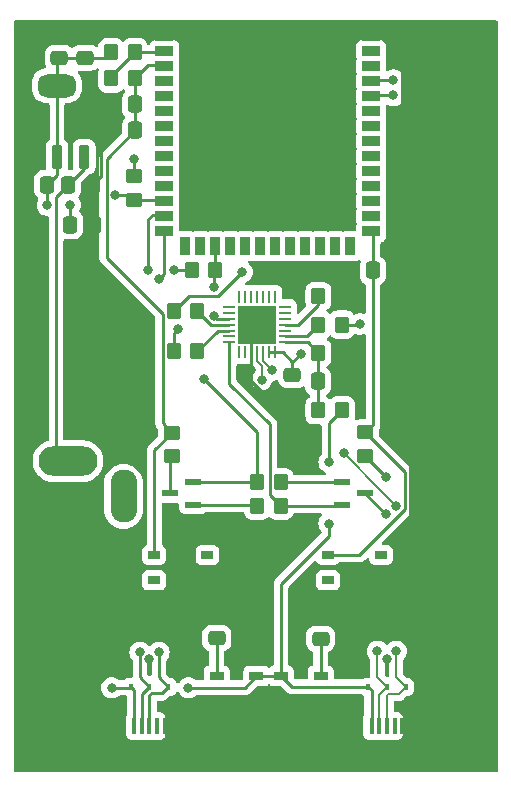
<source format=gbr>
%TF.GenerationSoftware,KiCad,Pcbnew,7.0.9*%
%TF.CreationDate,2024-03-05T03:29:11-06:00*%
%TF.ProjectId,Sensor PCB,53656e73-6f72-4205-9043-422e6b696361,rev?*%
%TF.SameCoordinates,Original*%
%TF.FileFunction,Copper,L1,Top*%
%TF.FilePolarity,Positive*%
%FSLAX46Y46*%
G04 Gerber Fmt 4.6, Leading zero omitted, Abs format (unit mm)*
G04 Created by KiCad (PCBNEW 7.0.9) date 2024-03-05 03:29:11*
%MOMM*%
%LPD*%
G01*
G04 APERTURE LIST*
G04 Aperture macros list*
%AMRoundRect*
0 Rectangle with rounded corners*
0 $1 Rounding radius*
0 $2 $3 $4 $5 $6 $7 $8 $9 X,Y pos of 4 corners*
0 Add a 4 corners polygon primitive as box body*
4,1,4,$2,$3,$4,$5,$6,$7,$8,$9,$2,$3,0*
0 Add four circle primitives for the rounded corners*
1,1,$1+$1,$2,$3*
1,1,$1+$1,$4,$5*
1,1,$1+$1,$6,$7*
1,1,$1+$1,$8,$9*
0 Add four rect primitives between the rounded corners*
20,1,$1+$1,$2,$3,$4,$5,0*
20,1,$1+$1,$4,$5,$6,$7,0*
20,1,$1+$1,$6,$7,$8,$9,0*
20,1,$1+$1,$8,$9,$2,$3,0*%
G04 Aperture macros list end*
%TA.AperFunction,SMDPad,CuDef*%
%ADD10RoundRect,0.250000X0.350000X0.450000X-0.350000X0.450000X-0.350000X-0.450000X0.350000X-0.450000X0*%
%TD*%
%TA.AperFunction,SMDPad,CuDef*%
%ADD11R,1.422400X0.558800*%
%TD*%
%TA.AperFunction,SMDPad,CuDef*%
%ADD12RoundRect,0.250000X-0.475000X0.337500X-0.475000X-0.337500X0.475000X-0.337500X0.475000X0.337500X0*%
%TD*%
%TA.AperFunction,SMDPad,CuDef*%
%ADD13R,1.000000X0.700000*%
%TD*%
%TA.AperFunction,SMDPad,CuDef*%
%ADD14RoundRect,0.250000X-0.337500X-0.475000X0.337500X-0.475000X0.337500X0.475000X-0.337500X0.475000X0*%
%TD*%
%TA.AperFunction,SMDPad,CuDef*%
%ADD15RoundRect,0.250000X0.450000X-0.350000X0.450000X0.350000X-0.450000X0.350000X-0.450000X-0.350000X0*%
%TD*%
%TA.AperFunction,SMDPad,CuDef*%
%ADD16RoundRect,0.111600X0.353400X-0.878400X0.353400X0.878400X-0.353400X0.878400X-0.353400X-0.878400X0*%
%TD*%
%TA.AperFunction,SMDPad,CuDef*%
%ADD17RoundRect,0.792000X0.823000X-0.198000X0.823000X0.198000X-0.823000X0.198000X-0.823000X-0.198000X0*%
%TD*%
%TA.AperFunction,SMDPad,CuDef*%
%ADD18RoundRect,0.250000X0.337500X0.475000X-0.337500X0.475000X-0.337500X-0.475000X0.337500X-0.475000X0*%
%TD*%
%TA.AperFunction,SMDPad,CuDef*%
%ADD19R,0.400000X0.480000*%
%TD*%
%TA.AperFunction,SMDPad,CuDef*%
%ADD20R,1.500000X0.900000*%
%TD*%
%TA.AperFunction,SMDPad,CuDef*%
%ADD21R,0.900000X1.500000*%
%TD*%
%TA.AperFunction,SMDPad,CuDef*%
%ADD22R,0.900000X0.900000*%
%TD*%
%TA.AperFunction,SMDPad,CuDef*%
%ADD23RoundRect,0.250000X-0.350000X-0.450000X0.350000X-0.450000X0.350000X0.450000X-0.350000X0.450000X0*%
%TD*%
%TA.AperFunction,SMDPad,CuDef*%
%ADD24RoundRect,0.250000X0.475000X-0.337500X0.475000X0.337500X-0.475000X0.337500X-0.475000X-0.337500X0*%
%TD*%
%TA.AperFunction,ComponentPad*%
%ADD25O,5.000000X2.500000*%
%TD*%
%TA.AperFunction,ComponentPad*%
%ADD26O,4.500000X2.250000*%
%TD*%
%TA.AperFunction,ComponentPad*%
%ADD27O,2.250000X4.500000*%
%TD*%
%TA.AperFunction,SMDPad,CuDef*%
%ADD28R,0.400000X1.350000*%
%TD*%
%TA.AperFunction,SMDPad,CuDef*%
%ADD29R,1.600000X1.400000*%
%TD*%
%TA.AperFunction,SMDPad,CuDef*%
%ADD30R,1.900000X1.900000*%
%TD*%
%TA.AperFunction,ComponentPad*%
%ADD31O,0.900000X1.800000*%
%TD*%
%TA.AperFunction,SMDPad,CuDef*%
%ADD32R,0.270000X0.990000*%
%TD*%
%TA.AperFunction,SMDPad,CuDef*%
%ADD33R,0.990000X0.270000*%
%TD*%
%TA.AperFunction,SMDPad,CuDef*%
%ADD34R,3.250000X3.250000*%
%TD*%
%TA.AperFunction,SMDPad,CuDef*%
%ADD35R,1.210000X0.730000*%
%TD*%
%TA.AperFunction,ViaPad*%
%ADD36C,0.800000*%
%TD*%
%TA.AperFunction,Conductor*%
%ADD37C,0.250000*%
%TD*%
%TA.AperFunction,Conductor*%
%ADD38C,0.200000*%
%TD*%
G04 APERTURE END LIST*
D10*
%TO.P,R7,1*%
%TO.N,Net-(U4-TXD)*%
X120950000Y-89000000D03*
%TO.P,R7,2*%
%TO.N,U0RXD*%
X118950000Y-89000000D03*
%TD*%
D11*
%TO.P,U5,1,BASE*%
%TO.N,Net-(U5-BASE)*%
X120600000Y-102000000D03*
%TO.P,U5,2,EMITTER*%
%TO.N,RTS*%
X120600000Y-100095000D03*
%TO.P,U5,3,COLLECTOR*%
%TO.N,Net-(U5-COLLECTOR)*%
X118669600Y-101047500D03*
%TD*%
D12*
%TO.P,C8,1*%
%TO.N,+3.3V*%
X129000000Y-91000000D03*
%TO.P,C8,2*%
%TO.N,GND*%
X129000000Y-93075000D03*
%TD*%
D10*
%TO.P,R6,1*%
%TO.N,GND*%
X133200000Y-89150000D03*
%TO.P,R6,2*%
%TO.N,Net-(U4-VBUS)*%
X131200000Y-89150000D03*
%TD*%
D11*
%TO.P,U6,1,BASE*%
%TO.N,Net-(U6-BASE)*%
X133200000Y-100095000D03*
%TO.P,U6,2,EMITTER*%
%TO.N,DTR*%
X133200000Y-102000000D03*
%TO.P,U6,3,COLLECTOR*%
%TO.N,Net-(U6-COLLECTOR)*%
X135130400Y-101047500D03*
%TD*%
D10*
%TO.P,R13,1*%
%TO.N,ESP_3V3*%
X115665000Y-63710000D03*
%TO.P,R13,2*%
%TO.N,+3.3V*%
X113665000Y-63710000D03*
%TD*%
D13*
%TO.P,S1,1,COM*%
%TO.N,GND*%
X136500000Y-108400000D03*
%TO.P,S1,2,COM*%
%TO.N,unconnected-(S1-COM-Pad2)*%
X132000000Y-108400000D03*
%TO.P,S1,3,NO*%
%TO.N,unconnected-(S1-NO-Pad3)*%
X136500000Y-106250000D03*
%TO.P,S1,4,NO*%
%TO.N,IO0*%
X132000000Y-106250000D03*
%TD*%
D14*
%TO.P,C1,1*%
%TO.N,+12V*%
X110002500Y-74910000D03*
%TO.P,C1,2*%
%TO.N,GND*%
X112077500Y-74910000D03*
%TD*%
D15*
%TO.P,R1,1*%
%TO.N,Net-(U1-IO8)*%
X115550000Y-76200000D03*
%TO.P,R1,2*%
%TO.N,+3.3V*%
X115550000Y-74200000D03*
%TD*%
D16*
%TO.P,U2,1,GND*%
%TO.N,GND*%
X106765000Y-72540000D03*
%TO.P,U2,2,VOUT*%
%TO.N,+3.3V*%
X109065000Y-72540000D03*
%TO.P,U2,3,VIN*%
%TO.N,+12V*%
X111365000Y-72540000D03*
D17*
%TO.P,U2,4,VOUT*%
%TO.N,+3.3V*%
X109065000Y-66510000D03*
%TD*%
D18*
%TO.P,C10,1*%
%TO.N,CHIP_PU*%
X115665000Y-68110000D03*
%TO.P,C10,2*%
%TO.N,GND*%
X113590000Y-68110000D03*
%TD*%
%TO.P,C2,1*%
%TO.N,+3.3V*%
X108240000Y-74910000D03*
%TO.P,C2,2*%
%TO.N,GND*%
X106165000Y-74910000D03*
%TD*%
D19*
%TO.P,D1,1*%
%TO.N,GND*%
X138600000Y-116100000D03*
%TO.P,D1,2*%
%TO.N,USB_DP*%
X138600000Y-117420000D03*
%TD*%
D10*
%TO.P,R3,1*%
%TO.N,+3.3V*%
X133200000Y-86750000D03*
%TO.P,R3,2*%
%TO.N,Net-(U4-~{RST})*%
X131200000Y-86750000D03*
%TD*%
D13*
%TO.P,S2,1,COM*%
%TO.N,GND*%
X121800000Y-108400000D03*
%TO.P,S2,2,COM*%
%TO.N,unconnected-(S2-COM-Pad2)*%
X117300000Y-108400000D03*
%TO.P,S2,3,NO*%
%TO.N,unconnected-(S2-NO-Pad3)*%
X121800000Y-106250000D03*
%TO.P,S2,4,NO*%
%TO.N,CHIP_PU*%
X117300000Y-106250000D03*
%TD*%
D20*
%TO.P,U1,1,GND*%
%TO.N,GND*%
X118165000Y-62340000D03*
%TO.P,U1,2,3V3*%
%TO.N,ESP_3V3*%
X118165000Y-63610000D03*
%TO.P,U1,3,EN*%
%TO.N,CHIP_PU*%
X118165000Y-64880000D03*
%TO.P,U1,4,IO4*%
%TO.N,unconnected-(U1-IO4-Pad4)*%
X118165000Y-66150000D03*
%TO.P,U1,5,IO5*%
%TO.N,unconnected-(U1-IO5-Pad5)*%
X118165000Y-67420000D03*
%TO.P,U1,6,IO6*%
%TO.N,unconnected-(U1-IO6-Pad6)*%
X118165000Y-68690000D03*
%TO.P,U1,7,IO7*%
%TO.N,unconnected-(U1-IO7-Pad7)*%
X118165000Y-69960000D03*
%TO.P,U1,8,IO15*%
%TO.N,unconnected-(U1-IO15-Pad8)*%
X118165000Y-71230000D03*
%TO.P,U1,9,IO16*%
%TO.N,unconnected-(U1-IO16-Pad9)*%
X118165000Y-72500000D03*
%TO.P,U1,10,IO17*%
%TO.N,unconnected-(U1-IO17-Pad10)*%
X118165000Y-73770000D03*
%TO.P,U1,11,IO18*%
%TO.N,unconnected-(U1-IO18-Pad11)*%
X118165000Y-75040000D03*
%TO.P,U1,12,IO8*%
%TO.N,Net-(U1-IO8)*%
X118165000Y-76310000D03*
%TO.P,U1,13,IO19*%
%TO.N,IO19*%
X118165000Y-77580000D03*
%TO.P,U1,14,IO20*%
%TO.N,IO20*%
X118165000Y-78850000D03*
D21*
%TO.P,U1,15,IO3*%
%TO.N,unconnected-(U1-IO3-Pad15)*%
X119930000Y-80100000D03*
%TO.P,U1,16,IO46*%
%TO.N,unconnected-(U1-IO46-Pad16)*%
X121200000Y-80100000D03*
%TO.P,U1,17,IO9*%
%TO.N,Net-(U1-IO9)*%
X122470000Y-80100000D03*
%TO.P,U1,18,IO10*%
%TO.N,unconnected-(U1-IO10-Pad18)*%
X123740000Y-80100000D03*
%TO.P,U1,19,IO11*%
%TO.N,unconnected-(U1-IO11-Pad19)*%
X125010000Y-80100000D03*
%TO.P,U1,20,IO12*%
%TO.N,unconnected-(U1-IO12-Pad20)*%
X126280000Y-80100000D03*
%TO.P,U1,21,IO13*%
%TO.N,unconnected-(U1-IO13-Pad21)*%
X127550000Y-80100000D03*
%TO.P,U1,22,IO14*%
%TO.N,unconnected-(U1-IO14-Pad22)*%
X128820000Y-80100000D03*
%TO.P,U1,23,IO21*%
%TO.N,unconnected-(U1-IO21-Pad23)*%
X130090000Y-80100000D03*
%TO.P,U1,24,IO47*%
%TO.N,unconnected-(U1-IO47-Pad24)*%
X131360000Y-80100000D03*
%TO.P,U1,25,IO48*%
%TO.N,unconnected-(U1-IO48-Pad25)*%
X132630000Y-80100000D03*
%TO.P,U1,26,IO45*%
%TO.N,unconnected-(U1-IO45-Pad26)*%
X133900000Y-80100000D03*
D20*
%TO.P,U1,27,IO0*%
%TO.N,IO0*%
X135665000Y-78850000D03*
%TO.P,U1,28,IO35*%
%TO.N,unconnected-(U1-IO35-Pad28)*%
X135665000Y-77580000D03*
%TO.P,U1,29,IO36*%
%TO.N,unconnected-(U1-IO36-Pad29)*%
X135665000Y-76310000D03*
%TO.P,U1,30,IO37*%
%TO.N,unconnected-(U1-IO37-Pad30)*%
X135665000Y-75040000D03*
%TO.P,U1,31,IO38*%
%TO.N,unconnected-(U1-IO38-Pad31)*%
X135665000Y-73770000D03*
%TO.P,U1,32,IO39*%
%TO.N,unconnected-(U1-IO39-Pad32)*%
X135665000Y-72500000D03*
%TO.P,U1,33,IO40*%
%TO.N,unconnected-(U1-IO40-Pad33)*%
X135665000Y-71230000D03*
%TO.P,U1,34,IO41*%
%TO.N,unconnected-(U1-IO41-Pad34)*%
X135665000Y-69960000D03*
%TO.P,U1,35,IO42*%
%TO.N,unconnected-(U1-IO42-Pad35)*%
X135665000Y-68690000D03*
%TO.P,U1,36,RXD0*%
%TO.N,U0RXD*%
X135665000Y-67420000D03*
%TO.P,U1,37,TXD0*%
%TO.N,U0TXD*%
X135665000Y-66150000D03*
%TO.P,U1,38,IO2*%
%TO.N,unconnected-(U1-IO2-Pad38)*%
X135665000Y-64880000D03*
%TO.P,U1,39,IO1*%
%TO.N,unconnected-(U1-IO1-Pad39)*%
X135665000Y-63610000D03*
%TO.P,U1,40,GND*%
%TO.N,GND*%
X135665000Y-62340000D03*
D22*
%TO.P,U1,41_1,GND*%
X125415000Y-70060000D03*
%TO.P,U1,41_2,GND*%
X124015000Y-70060000D03*
%TO.P,U1,41_3,GND*%
X126815000Y-70060000D03*
%TO.P,U1,41_4,GND*%
X124015000Y-71460000D03*
%TO.P,U1,41_5,GND*%
X125415000Y-71460000D03*
%TO.P,U1,41_6,GND*%
X126815000Y-71460000D03*
%TO.P,U1,41_7,GND*%
X124015000Y-68660000D03*
%TO.P,U1,41_8,GND*%
X125415000Y-68660000D03*
%TO.P,U1,41_9,GND*%
X126815000Y-68660000D03*
%TD*%
D23*
%TO.P,R10,1*%
%TO.N,RTS*%
X126000000Y-100100000D03*
%TO.P,R10,2*%
%TO.N,Net-(U6-BASE)*%
X128000000Y-100100000D03*
%TD*%
D24*
%TO.P,C4,1*%
%TO.N,+3.3V*%
X109265000Y-64147500D03*
%TO.P,C4,2*%
%TO.N,GND*%
X109265000Y-62072500D03*
%TD*%
D25*
%TO.P,J1,1*%
%TO.N,+12V*%
X110000000Y-98300000D03*
D26*
%TO.P,J1,2*%
%TO.N,GND*%
X110000000Y-104300000D03*
D27*
%TO.P,J1,3*%
%TO.N,unconnected-(J1-Pad3)*%
X114700000Y-101300000D03*
%TD*%
D15*
%TO.P,R11,1*%
%TO.N,Net-(U5-COLLECTOR)*%
X118800000Y-97895000D03*
%TO.P,R11,2*%
%TO.N,CHIP_PU*%
X118800000Y-95895000D03*
%TD*%
D10*
%TO.P,R2,1*%
%TO.N,Net-(U1-IO9)*%
X122465000Y-82110000D03*
%TO.P,R2,2*%
%TO.N,+3.3V*%
X120465000Y-82110000D03*
%TD*%
D19*
%TO.P,D3,1*%
%TO.N,GND*%
X118500000Y-116100000D03*
%TO.P,D3,2*%
%TO.N,IO20*%
X118500000Y-117420000D03*
%TD*%
D28*
%TO.P,J2,1,VUSB*%
%TO.N,VBUS*%
X135700000Y-120725000D03*
%TO.P,J2,2,D-*%
%TO.N,USB_DN*%
X136350000Y-120725000D03*
%TO.P,J2,3,D+*%
%TO.N,USB_DP*%
X137000000Y-120725000D03*
%TO.P,J2,4,ID*%
%TO.N,unconnected-(J2-ID-Pad4)*%
X137650000Y-120725000D03*
%TO.P,J2,5,GND*%
%TO.N,GND*%
X138300000Y-120725000D03*
D29*
%TO.P,J2,S1,SHIELD*%
X133800000Y-120950000D03*
%TO.P,J2,S2,SHIELD__1*%
X140200000Y-120950000D03*
D30*
%TO.P,J2,S3,SHIELD__2*%
X138200000Y-123400000D03*
%TO.P,J2,S4,SHIELD__3*%
X135800000Y-123400000D03*
D31*
%TO.P,J2,S5,SHIELD__4*%
X133700000Y-123400000D03*
%TO.P,J2,S6,SHIELD__5*%
X140300000Y-123400000D03*
%TD*%
D19*
%TO.P,D4,1*%
%TO.N,GND*%
X116900000Y-116080000D03*
%TO.P,D4,2*%
%TO.N,IO19*%
X116900000Y-117400000D03*
%TD*%
D18*
%TO.P,C12,1*%
%TO.N,CHIP_PU*%
X115665000Y-70310000D03*
%TO.P,C12,2*%
%TO.N,GND*%
X113590000Y-70310000D03*
%TD*%
%TO.P,C3,1*%
%TO.N,GND*%
X112237500Y-78300000D03*
%TO.P,C3,2*%
%TO.N,+3.3V*%
X110162500Y-78300000D03*
%TD*%
D10*
%TO.P,R9,1*%
%TO.N,DTR*%
X128000000Y-102100000D03*
%TO.P,R9,2*%
%TO.N,Net-(U5-BASE)*%
X126000000Y-102100000D03*
%TD*%
D24*
%TO.P,C5,1*%
%TO.N,+3.3V*%
X111465000Y-64147500D03*
%TO.P,C5,2*%
%TO.N,GND*%
X111465000Y-62072500D03*
%TD*%
D10*
%TO.P,R5,1*%
%TO.N,VBUS*%
X133200000Y-94000000D03*
%TO.P,R5,2*%
%TO.N,Net-(U4-VBUS)*%
X131200000Y-94000000D03*
%TD*%
D32*
%TO.P,U4,1,DCD*%
%TO.N,unconnected-(U4-DCD-Pad1)*%
X124500000Y-89110000D03*
%TO.P,U4,2,RI/CLK*%
%TO.N,unconnected-(U4-RI{slash}CLK-Pad2)*%
X125000000Y-89110000D03*
%TO.P,U4,3,GND*%
%TO.N,GND*%
X125500000Y-89110000D03*
%TO.P,U4,4,D+*%
%TO.N,USB_DP*%
X126000000Y-89110000D03*
%TO.P,U4,5,D-*%
%TO.N,USB_DN*%
X126500000Y-89110000D03*
%TO.P,U4,6,VDD*%
%TO.N,+3.3V*%
X127000000Y-89110000D03*
%TO.P,U4,7,VREGIN*%
X127500000Y-89110000D03*
D33*
%TO.P,U4,8,VBUS*%
%TO.N,Net-(U4-VBUS)*%
X128360000Y-88250000D03*
%TO.P,U4,9,~{RST}*%
%TO.N,Net-(U4-~{RST})*%
X128360000Y-87750000D03*
%TO.P,U4,10,NC*%
%TO.N,unconnected-(U4-NC-Pad10)*%
X128360000Y-87250000D03*
%TO.P,U4,11,~{SUSPEND}*%
%TO.N,Net-(U4-~{SUSPEND})*%
X128360000Y-86750000D03*
%TO.P,U4,12,SUSPEND*%
%TO.N,unconnected-(U4-SUSPEND-Pad12)*%
X128360000Y-86250000D03*
%TO.P,U4,13,CHREN*%
%TO.N,unconnected-(U4-CHREN-Pad13)*%
X128360000Y-85750000D03*
%TO.P,U4,14,CHR1*%
%TO.N,unconnected-(U4-CHR1-Pad14)*%
X128360000Y-85250000D03*
D32*
%TO.P,U4,15,CHR0*%
%TO.N,unconnected-(U4-CHR0-Pad15)*%
X127500000Y-84390000D03*
%TO.P,U4,16,GPIO.3/WAKEUP*%
%TO.N,unconnected-(U4-GPIO.3{slash}WAKEUP-Pad16)*%
X127000000Y-84390000D03*
%TO.P,U4,17,GPIO.2/RS485*%
%TO.N,unconnected-(U4-GPIO.2{slash}RS485-Pad17)*%
X126500000Y-84390000D03*
%TO.P,U4,18,GPIO.1/RXT*%
%TO.N,unconnected-(U4-GPIO.1{slash}RXT-Pad18)*%
X126000000Y-84390000D03*
%TO.P,U4,19,GPIO.0/TXT*%
%TO.N,unconnected-(U4-GPIO.0{slash}TXT-Pad19)*%
X125500000Y-84390000D03*
%TO.P,U4,20,GPIO.6*%
%TO.N,unconnected-(U4-GPIO.6-Pad20)*%
X125000000Y-84390000D03*
%TO.P,U4,21,GPIO.5*%
%TO.N,unconnected-(U4-GPIO.5-Pad21)*%
X124500000Y-84390000D03*
D33*
%TO.P,U4,22,GPIO.4*%
%TO.N,unconnected-(U4-GPIO.4-Pad22)*%
X123640000Y-85250000D03*
%TO.P,U4,23,CTS*%
%TO.N,unconnected-(U4-CTS-Pad23)*%
X123640000Y-85750000D03*
%TO.P,U4,24,RTS*%
%TO.N,RTS*%
X123640000Y-86250000D03*
%TO.P,U4,25,RXD*%
%TO.N,Net-(U4-RXD)*%
X123640000Y-86750000D03*
%TO.P,U4,26,TXD*%
%TO.N,Net-(U4-TXD)*%
X123640000Y-87250000D03*
%TO.P,U4,27,DSR*%
%TO.N,unconnected-(U4-DSR-Pad27)*%
X123640000Y-87750000D03*
%TO.P,U4,28,DTR*%
%TO.N,DTR*%
X123640000Y-88250000D03*
D34*
%TO.P,U4,29,GND__1*%
%TO.N,GND*%
X126000000Y-86750000D03*
%TD*%
D28*
%TO.P,J3,1,VUSB*%
%TO.N,VBUS*%
X115600000Y-120725000D03*
%TO.P,J3,2,D-*%
%TO.N,IO19*%
X116250000Y-120725000D03*
%TO.P,J3,3,D+*%
%TO.N,IO20*%
X116900000Y-120725000D03*
%TO.P,J3,4,ID*%
%TO.N,unconnected-(J3-ID-Pad4)*%
X117550000Y-120725000D03*
%TO.P,J3,5,GND*%
%TO.N,GND*%
X118200000Y-120725000D03*
D29*
%TO.P,J3,S1,SHIELD*%
X113700000Y-120950000D03*
%TO.P,J3,S2,SHIELD__1*%
X120100000Y-120950000D03*
D30*
%TO.P,J3,S3,SHIELD__2*%
X118100000Y-123400000D03*
%TO.P,J3,S4,SHIELD__3*%
X115700000Y-123400000D03*
D31*
%TO.P,J3,S5,SHIELD__4*%
X113600000Y-123400000D03*
%TO.P,J3,S6,SHIELD__5*%
X120200000Y-123400000D03*
%TD*%
D19*
%TO.P,D7,1*%
%TO.N,GND*%
X135400000Y-116100000D03*
%TO.P,D7,2*%
%TO.N,VBUS*%
X135400000Y-117420000D03*
%TD*%
%TO.P,D2,1*%
%TO.N,GND*%
X137000000Y-116100000D03*
%TO.P,D2,2*%
%TO.N,USB_DN*%
X137000000Y-117420000D03*
%TD*%
D15*
%TO.P,R12,1*%
%TO.N,Net-(U6-COLLECTOR)*%
X135165200Y-97876000D03*
%TO.P,R12,2*%
%TO.N,IO0*%
X135165200Y-95876000D03*
%TD*%
D35*
%TO.P,D6,A*%
%TO.N,VBUS*%
X128040000Y-116500000D03*
%TO.P,D6,C*%
%TO.N,Net-(C6-Pad1)*%
X131400000Y-116500000D03*
%TD*%
D14*
%TO.P,C9,1*%
%TO.N,Net-(U4-VBUS)*%
X131162500Y-91550000D03*
%TO.P,C9,2*%
%TO.N,GND*%
X133237500Y-91550000D03*
%TD*%
D10*
%TO.P,R8,1*%
%TO.N,Net-(U4-RXD)*%
X120950000Y-85600000D03*
%TO.P,R8,2*%
%TO.N,U0TXD*%
X118950000Y-85600000D03*
%TD*%
D19*
%TO.P,D8,1*%
%TO.N,GND*%
X115300000Y-116080000D03*
%TO.P,D8,2*%
%TO.N,VBUS*%
X115300000Y-117400000D03*
%TD*%
D24*
%TO.P,C7,1*%
%TO.N,Net-(C7-Pad1)*%
X122600000Y-113300000D03*
%TO.P,C7,2*%
%TO.N,GND*%
X122600000Y-111225000D03*
%TD*%
D35*
%TO.P,D5,A*%
%TO.N,VBUS*%
X125960000Y-116500000D03*
%TO.P,D5,C*%
%TO.N,Net-(C7-Pad1)*%
X122600000Y-116500000D03*
%TD*%
D18*
%TO.P,C11,1*%
%TO.N,IO0*%
X135815000Y-82160000D03*
%TO.P,C11,2*%
%TO.N,GND*%
X133740000Y-82160000D03*
%TD*%
D10*
%TO.P,R4,1*%
%TO.N,GND*%
X133200000Y-84350000D03*
%TO.P,R4,2*%
%TO.N,Net-(U4-~{SUSPEND})*%
X131200000Y-84350000D03*
%TD*%
D23*
%TO.P,R14,1*%
%TO.N,ESP_3V3*%
X113665000Y-65910000D03*
%TO.P,R14,2*%
%TO.N,CHIP_PU*%
X115665000Y-65910000D03*
%TD*%
D24*
%TO.P,C6,1*%
%TO.N,Net-(C6-Pad1)*%
X131400000Y-113337500D03*
%TO.P,C6,2*%
%TO.N,GND*%
X131400000Y-111262500D03*
%TD*%
D36*
%TO.N,GND*%
X134800000Y-89000000D03*
X140000000Y-116100000D03*
X113700000Y-116100000D03*
X112200000Y-76600000D03*
X113200000Y-62100000D03*
X124300000Y-108400000D03*
X116900000Y-115100000D03*
X111800000Y-66400000D03*
X137000000Y-115100000D03*
X134800000Y-84000000D03*
X136800000Y-84100000D03*
X125500000Y-90600000D03*
%TO.N,+3.3V*%
X115550000Y-72750000D03*
X134700000Y-86700000D03*
X108250000Y-76650000D03*
X129700000Y-89200000D03*
X119000000Y-82100000D03*
X110200000Y-76600000D03*
%TO.N,USB_DP*%
X137800000Y-102100000D03*
X133355378Y-97644622D03*
X126400000Y-91400000D03*
X137800000Y-114400000D03*
%TO.N,USB_DN*%
X136200000Y-114400000D03*
X127300000Y-90600000D03*
%TO.N,IO20*%
X117700000Y-82900000D03*
X117700000Y-114500000D03*
%TO.N,IO19*%
X116800000Y-82100000D03*
X116100000Y-114500000D03*
%TO.N,VBUS*%
X113700000Y-117500000D03*
X120200000Y-117500000D03*
X132100000Y-98400000D03*
X132100000Y-103600000D03*
%TO.N,Net-(U1-IO8)*%
X114000000Y-75800497D03*
%TO.N,Net-(U1-IO9)*%
X122400000Y-83600000D03*
%TO.N,U0RXD*%
X119350000Y-87150000D03*
X137550000Y-67350000D03*
%TO.N,U0TXD*%
X137550000Y-66050000D03*
X124750000Y-82300000D03*
%TO.N,RTS*%
X122369731Y-85995133D03*
X121550000Y-91350000D03*
%TO.N,Net-(U6-COLLECTOR)*%
X136950000Y-102750000D03*
X136950000Y-99650000D03*
%TD*%
D37*
%TO.N,+12V*%
X111365000Y-73547500D02*
X110002500Y-74910000D01*
X111365000Y-72540000D02*
X111365000Y-73547500D01*
X110002500Y-74910000D02*
X108975000Y-75937500D01*
X108975000Y-75937500D02*
X108975000Y-97275000D01*
X108975000Y-97275000D02*
X110000000Y-98300000D01*
%TO.N,GND*%
X138275000Y-82625000D02*
X136800000Y-84100000D01*
X138975000Y-105925000D02*
X138975000Y-86275000D01*
X112200000Y-76600000D02*
X112200000Y-75032500D01*
X120100000Y-121400000D02*
X118100000Y-123400000D01*
X125415000Y-70060000D02*
X126815000Y-71460000D01*
X125897537Y-71885000D02*
X126332463Y-71885000D01*
X113590000Y-70310000D02*
X112800000Y-71100000D01*
X125500000Y-91525305D02*
X125500000Y-90600000D01*
X109265000Y-62072500D02*
X111465000Y-62072500D01*
X106765000Y-64572500D02*
X106765000Y-72540000D01*
X113700000Y-119250000D02*
X113700000Y-120950000D01*
X123490000Y-69477463D02*
X123972537Y-69960000D01*
X118100000Y-123400000D02*
X120200000Y-123400000D01*
X113700000Y-120950000D02*
X113700000Y-123300000D01*
X134800000Y-83220000D02*
X133740000Y-82160000D01*
X125415000Y-71460000D02*
X125415000Y-70060000D01*
X118165000Y-62340000D02*
X113440000Y-62340000D01*
X126297463Y-68000000D02*
X126815000Y-68517537D01*
X124015000Y-67090000D02*
X124015000Y-68560000D01*
X127340000Y-70442537D02*
X126857463Y-69960000D01*
X112800000Y-71100000D02*
X112800000Y-74187500D01*
X124015000Y-70060000D02*
X125415000Y-70060000D01*
X133700000Y-123400000D02*
X135800000Y-123400000D01*
X129000000Y-93075000D02*
X127049695Y-93075000D01*
X124015000Y-68560000D02*
X124015000Y-68517537D01*
X125415000Y-71360000D02*
X125415000Y-71402463D01*
X119165000Y-62240000D02*
X124015000Y-67090000D01*
X140200000Y-121400000D02*
X138200000Y-123400000D01*
X140000000Y-114800000D02*
X140000000Y-116100000D01*
X124015000Y-68560000D02*
X123972537Y-68560000D01*
X138975000Y-86275000D02*
X136800000Y-84100000D01*
X113700000Y-116100000D02*
X115280000Y-116100000D01*
X126332463Y-71885000D02*
X126815000Y-71402463D01*
X133800000Y-120950000D02*
X133800000Y-121400000D01*
X125500000Y-87250000D02*
X126000000Y-86750000D01*
X125415000Y-68517537D02*
X125932537Y-68000000D01*
X113590000Y-70310000D02*
X113590000Y-68110000D01*
X123490000Y-70442537D02*
X123490000Y-70877463D01*
X134650000Y-89150000D02*
X134800000Y-89000000D01*
X125415000Y-68660000D02*
X125415000Y-70060000D01*
X124015000Y-71360000D02*
X124015000Y-71402463D01*
X127049695Y-93075000D02*
X125500000Y-91525305D01*
X126815000Y-70060000D02*
X125415000Y-70060000D01*
X124015000Y-69960000D02*
X123972537Y-69960000D01*
X110000000Y-115550000D02*
X113700000Y-119250000D01*
X133740000Y-83810000D02*
X133200000Y-84350000D01*
X124497537Y-71885000D02*
X124932463Y-71885000D01*
X125415000Y-71402463D02*
X125897537Y-71885000D01*
X111492500Y-62100000D02*
X111465000Y-62072500D01*
X125415000Y-70060000D02*
X124015000Y-68660000D01*
X126815000Y-69960000D02*
X126857463Y-69960000D01*
X124015000Y-71402463D02*
X124497537Y-71885000D01*
X123972537Y-69960000D02*
X123490000Y-70442537D01*
X115700000Y-123400000D02*
X118100000Y-123400000D01*
X135665000Y-62340000D02*
X136665000Y-62340000D01*
X124300000Y-108400000D02*
X121800000Y-108400000D01*
X133800000Y-121400000D02*
X135800000Y-123400000D01*
X106165000Y-100465000D02*
X110000000Y-104300000D01*
X112237500Y-76637500D02*
X112200000Y-76600000D01*
X118165000Y-62240000D02*
X119165000Y-62240000D01*
X106165000Y-74910000D02*
X106165000Y-100465000D01*
X136665000Y-62340000D02*
X138275000Y-63950000D01*
X125500000Y-89110000D02*
X125500000Y-87250000D01*
X140200000Y-116300000D02*
X140200000Y-120950000D01*
X127340000Y-69477463D02*
X127340000Y-69042537D01*
X123972537Y-68560000D02*
X123490000Y-69042537D01*
X113600000Y-123400000D02*
X115700000Y-123400000D01*
X112800000Y-74187500D02*
X112077500Y-74910000D01*
X135800000Y-123400000D02*
X138200000Y-123400000D01*
X133135000Y-62340000D02*
X126815000Y-68660000D01*
X138200000Y-123400000D02*
X140300000Y-123400000D01*
X135665000Y-62340000D02*
X133135000Y-62340000D01*
X124932463Y-71885000D02*
X125415000Y-71402463D01*
X138600000Y-116100000D02*
X140000000Y-116100000D01*
X127340000Y-69042537D02*
X126857463Y-68560000D01*
X109265000Y-62072500D02*
X106765000Y-64572500D01*
X127340000Y-70877463D02*
X127340000Y-70442537D01*
X112200000Y-75032500D02*
X112077500Y-74910000D01*
X120100000Y-120950000D02*
X120100000Y-123300000D01*
X133200000Y-89150000D02*
X134650000Y-89150000D01*
X123490000Y-69042537D02*
X123490000Y-69477463D01*
X126857463Y-71360000D02*
X127340000Y-70877463D01*
X123490000Y-70877463D02*
X123972537Y-71360000D01*
X138975000Y-113775000D02*
X140000000Y-114800000D01*
X120100000Y-120950000D02*
X120100000Y-121400000D01*
X126815000Y-71402463D02*
X126815000Y-71360000D01*
X113590000Y-68110000D02*
X113510000Y-68110000D01*
X124015000Y-71460000D02*
X125415000Y-70060000D01*
X133800000Y-120950000D02*
X133800000Y-123300000D01*
X134800000Y-84000000D02*
X134800000Y-83220000D01*
X110000000Y-104300000D02*
X110000000Y-115550000D01*
X124932463Y-68035000D02*
X125415000Y-68517537D01*
X136500000Y-108400000D02*
X138975000Y-105925000D01*
X126857463Y-69960000D02*
X127340000Y-69477463D01*
X106165000Y-74910000D02*
X106165000Y-73140000D01*
X125415000Y-68560000D02*
X125415000Y-68517537D01*
X125500000Y-90600000D02*
X125500000Y-89110000D01*
X126815000Y-68517537D02*
X126815000Y-68560000D01*
X126857463Y-68560000D02*
X126815000Y-68560000D01*
X125932537Y-68000000D02*
X126297463Y-68000000D01*
X138275000Y-63950000D02*
X138275000Y-82625000D01*
X113700000Y-121400000D02*
X115700000Y-123400000D01*
X140200000Y-120950000D02*
X140200000Y-121400000D01*
X124497537Y-68035000D02*
X124932463Y-68035000D01*
X140000000Y-116100000D02*
X140200000Y-116300000D01*
X124015000Y-68517537D02*
X124497537Y-68035000D01*
X113700000Y-120950000D02*
X113700000Y-121400000D01*
X126815000Y-68660000D02*
X125415000Y-70060000D01*
X140200000Y-120950000D02*
X140200000Y-123300000D01*
X123972537Y-71360000D02*
X124015000Y-71360000D01*
X113440000Y-62340000D02*
X113200000Y-62100000D01*
X112237500Y-78300000D02*
X112237500Y-76637500D01*
X126815000Y-71360000D02*
X126857463Y-71360000D01*
X133740000Y-82160000D02*
X133740000Y-83810000D01*
X106165000Y-73140000D02*
X106765000Y-72540000D01*
X138975000Y-105925000D02*
X138975000Y-113775000D01*
X113510000Y-68110000D02*
X111800000Y-66400000D01*
X113200000Y-62100000D02*
X111492500Y-62100000D01*
%TO.N,+3.3V*%
X108250000Y-74920000D02*
X108240000Y-74910000D01*
X108250000Y-76650000D02*
X108250000Y-74920000D01*
X109065000Y-64347500D02*
X109265000Y-64147500D01*
X115550000Y-72750000D02*
X115550000Y-74200000D01*
X120465000Y-82110000D02*
X119010000Y-82110000D01*
X128210000Y-89110000D02*
X129000000Y-89900000D01*
X109065000Y-66510000D02*
X109065000Y-64347500D01*
X109065000Y-72540000D02*
X109065000Y-74085000D01*
X110162500Y-78300000D02*
X110162500Y-76637500D01*
X111465000Y-64147500D02*
X113227500Y-64147500D01*
X133200000Y-86750000D02*
X134650000Y-86750000D01*
X129000000Y-91000000D02*
X129000000Y-89900000D01*
X127000000Y-89110000D02*
X127500000Y-89110000D01*
X109065000Y-74085000D02*
X108240000Y-74910000D01*
X109065000Y-66510000D02*
X109065000Y-72540000D01*
X127500000Y-89110000D02*
X128210000Y-89110000D01*
X109265000Y-64147500D02*
X111465000Y-64147500D01*
X113227500Y-64147500D02*
X113665000Y-63710000D01*
X108240000Y-74910000D02*
X107940000Y-74910000D01*
X129000000Y-89900000D02*
X129700000Y-89200000D01*
%TO.N,Net-(C6-Pad1)*%
X131400000Y-116500000D02*
X131400000Y-113337500D01*
%TO.N,Net-(C7-Pad1)*%
X122600000Y-116500000D02*
X122600000Y-113300000D01*
%TO.N,Net-(U4-VBUS)*%
X130300000Y-88250000D02*
X128360000Y-88250000D01*
X131200000Y-94000000D02*
X131200000Y-91587500D01*
X131200000Y-89150000D02*
X130300000Y-88250000D01*
X131200000Y-89150000D02*
X131200000Y-91512500D01*
%TO.N,CHIP_PU*%
X115665000Y-70310000D02*
X115665000Y-68110000D01*
X117300000Y-97395000D02*
X118800000Y-95895000D01*
X118025000Y-85825000D02*
X113275000Y-81075000D01*
X113275000Y-81075000D02*
X113275000Y-72700000D01*
X113275000Y-72700000D02*
X115665000Y-70310000D01*
X118800000Y-95895000D02*
X118025000Y-95120000D01*
X117300000Y-106250000D02*
X117300000Y-97395000D01*
X118025000Y-95120000D02*
X118025000Y-85825000D01*
X116795000Y-64780000D02*
X118165000Y-64780000D01*
X115665000Y-65910000D02*
X115665000Y-68110000D01*
X115665000Y-65910000D02*
X116795000Y-64780000D01*
%TO.N,IO0*%
X135815000Y-82160000D02*
X135815000Y-78900000D01*
X135815000Y-82160000D02*
X135815000Y-95226200D01*
X135815000Y-78900000D02*
X135665000Y-78750000D01*
X138525000Y-99235800D02*
X135165200Y-95876000D01*
X134675305Y-106250000D02*
X138525000Y-102400305D01*
X135815000Y-95226200D02*
X135165200Y-95876000D01*
X138525000Y-102400305D02*
X138525000Y-99235800D01*
X132000000Y-106250000D02*
X134675305Y-106250000D01*
D38*
%TO.N,USB_DP*%
X133355378Y-97650922D02*
X133355378Y-97644622D01*
X126400000Y-91400000D02*
X126400000Y-90265686D01*
X138600000Y-117420000D02*
X138020000Y-118000000D01*
X126000000Y-89865686D02*
X126000000Y-89110000D01*
X137000000Y-118150000D02*
X137000000Y-120725000D01*
X137800000Y-116620000D02*
X137800000Y-114400000D01*
X138020000Y-118000000D02*
X137150000Y-118000000D01*
X138600000Y-117420000D02*
X137800000Y-116620000D01*
X136504456Y-100800000D02*
X136504456Y-100804456D01*
X136504456Y-100804456D02*
X137800000Y-102100000D01*
X137150000Y-118000000D02*
X137000000Y-118150000D01*
X136504456Y-100800000D02*
X133355378Y-97650922D01*
X126400000Y-90265686D02*
X126000000Y-89865686D01*
%TO.N,USB_DN*%
X136350000Y-118070000D02*
X136350000Y-120725000D01*
X127300000Y-90600000D02*
X126500000Y-89800000D01*
X136200000Y-116620000D02*
X136200000Y-114400000D01*
X137000000Y-117420000D02*
X136350000Y-118070000D01*
X137000000Y-117420000D02*
X136200000Y-116620000D01*
X126500000Y-89800000D02*
X126500000Y-89110000D01*
D37*
%TO.N,IO20*%
X117085000Y-117965000D02*
X116900000Y-118150000D01*
X117700000Y-82900000D02*
X118165000Y-82435000D01*
X118500000Y-117420000D02*
X117955000Y-117965000D01*
X117700000Y-116620000D02*
X117700000Y-114500000D01*
X118165000Y-82435000D02*
X118165000Y-78750000D01*
X118500000Y-117420000D02*
X117700000Y-116620000D01*
X116900000Y-118150000D02*
X116900000Y-120725000D01*
X117955000Y-117965000D02*
X117085000Y-117965000D01*
%TO.N,IO19*%
X116800000Y-82100000D02*
X116800000Y-77845000D01*
X116100000Y-116600000D02*
X116100000Y-114500000D01*
X116900000Y-117400000D02*
X116250000Y-118050000D01*
X116250000Y-118050000D02*
X116250000Y-120725000D01*
X116900000Y-117400000D02*
X116100000Y-116600000D01*
X117165000Y-77480000D02*
X118165000Y-77480000D01*
X116800000Y-77845000D02*
X117165000Y-77480000D01*
%TO.N,VBUS*%
X135700000Y-117720000D02*
X135700000Y-120725000D01*
X128960000Y-117420000D02*
X128040000Y-116500000D01*
X128040000Y-108710000D02*
X132100000Y-104650000D01*
X115600000Y-117700000D02*
X115600000Y-120725000D01*
X132100000Y-104650000D02*
X132100000Y-103600000D01*
X132100000Y-98400000D02*
X132100000Y-95100000D01*
X128040000Y-116500000D02*
X128040000Y-108710000D01*
X128040000Y-116500000D02*
X125960000Y-116500000D01*
X132100000Y-95100000D02*
X133200000Y-94000000D01*
X113700000Y-117500000D02*
X115200000Y-117500000D01*
X115300000Y-117400000D02*
X115600000Y-117700000D01*
X124960000Y-117500000D02*
X120200000Y-117500000D01*
X135400000Y-117420000D02*
X135700000Y-117720000D01*
X135400000Y-117420000D02*
X128960000Y-117420000D01*
X125960000Y-116500000D02*
X124960000Y-117500000D01*
%TO.N,Net-(U1-IO8)*%
X114000000Y-75800497D02*
X115150497Y-75800497D01*
X118165000Y-76210000D02*
X115560000Y-76210000D01*
X115560000Y-76210000D02*
X115550000Y-76200000D01*
X115150497Y-75800497D02*
X115550000Y-76200000D01*
%TO.N,Net-(U1-IO9)*%
X122465000Y-80005000D02*
X122470000Y-80000000D01*
X122400000Y-83600000D02*
X122400000Y-82175000D01*
X122465000Y-82110000D02*
X122465000Y-80005000D01*
%TO.N,Net-(U4-~{RST})*%
X131200000Y-86750000D02*
X130200000Y-87750000D01*
X130200000Y-87750000D02*
X128360000Y-87750000D01*
%TO.N,Net-(U4-~{SUSPEND})*%
X129500000Y-86750000D02*
X128360000Y-86750000D01*
X131200000Y-84350000D02*
X131200000Y-85050000D01*
X131200000Y-85050000D02*
X129500000Y-86750000D01*
%TO.N,Net-(U4-TXD)*%
X123640000Y-87250000D02*
X122700000Y-87250000D01*
X122700000Y-87250000D02*
X120950000Y-89000000D01*
%TO.N,U0RXD*%
X137550000Y-67350000D02*
X135695000Y-67350000D01*
X135695000Y-67350000D02*
X135665000Y-67320000D01*
X118950000Y-87550000D02*
X119350000Y-87150000D01*
X118950000Y-89000000D02*
X118950000Y-87550000D01*
%TO.N,Net-(U4-RXD)*%
X122100000Y-86750000D02*
X120950000Y-85600000D01*
X123640000Y-86750000D02*
X122100000Y-86750000D01*
%TO.N,U0TXD*%
X120225000Y-84325000D02*
X122725000Y-84325000D01*
X118950000Y-85600000D02*
X120225000Y-84325000D01*
X122725000Y-84325000D02*
X124750000Y-82300000D01*
X137550000Y-66050000D02*
X135665000Y-66050000D01*
%TO.N,DTR*%
X127075000Y-95175000D02*
X123640000Y-91740000D01*
X128000000Y-102100000D02*
X127075000Y-101175000D01*
X127075000Y-101175000D02*
X127075000Y-95175000D01*
X123640000Y-91740000D02*
X123640000Y-88250000D01*
X128000000Y-102100000D02*
X133100000Y-102100000D01*
%TO.N,Net-(U5-BASE)*%
X120600000Y-102000000D02*
X125900000Y-102000000D01*
%TO.N,RTS*%
X120600000Y-100095000D02*
X125995000Y-100095000D01*
X123640000Y-86250000D02*
X122624598Y-86250000D01*
X126000000Y-95800000D02*
X121550000Y-91350000D01*
X126000000Y-100100000D02*
X126000000Y-95800000D01*
X122624598Y-86250000D02*
X122369731Y-85995133D01*
X125995000Y-100095000D02*
X126000000Y-100100000D01*
%TO.N,Net-(U6-BASE)*%
X128000000Y-100100000D02*
X133195000Y-100100000D01*
X133195000Y-100100000D02*
X133200000Y-100095000D01*
%TO.N,Net-(U5-COLLECTOR)*%
X118669600Y-101047500D02*
X118669600Y-98025400D01*
%TO.N,Net-(U6-COLLECTOR)*%
X136950000Y-99650000D02*
X135176000Y-97876000D01*
X136832900Y-102750000D02*
X135130400Y-101047500D01*
X136950000Y-102750000D02*
X136832900Y-102750000D01*
%TO.N,ESP_3V3*%
X113665000Y-65910000D02*
X113665000Y-65710000D01*
X113665000Y-65710000D02*
X115665000Y-63710000D01*
X115665000Y-63710000D02*
X117965000Y-63710000D01*
X117965000Y-63710000D02*
X118165000Y-63510000D01*
%TD*%
%TA.AperFunction,Conductor*%
%TO.N,GND*%
G36*
X137037194Y-114924311D02*
G01*
X137092150Y-114959629D01*
X137167650Y-115043480D01*
X137197880Y-115106471D01*
X137199500Y-115126452D01*
X137199500Y-116470903D01*
X137179815Y-116537942D01*
X137127011Y-116583697D01*
X137057853Y-116593641D01*
X136994297Y-116564616D01*
X136987819Y-116558584D01*
X136836819Y-116407584D01*
X136803334Y-116346261D01*
X136800500Y-116319903D01*
X136800500Y-115126452D01*
X136820185Y-115059413D01*
X136832350Y-115043480D01*
X136907850Y-114959629D01*
X136967337Y-114922980D01*
X137037194Y-114924311D01*
G37*
%TD.AperFunction*%
%TA.AperFunction,Conductor*%
G36*
X116937194Y-115024311D02*
G01*
X116992150Y-115059629D01*
X117042650Y-115115715D01*
X117072880Y-115178706D01*
X117074500Y-115198687D01*
X117074500Y-116390547D01*
X117054815Y-116457586D01*
X117002011Y-116503341D01*
X116932853Y-116513285D01*
X116869297Y-116484260D01*
X116862819Y-116478228D01*
X116761819Y-116377228D01*
X116728334Y-116315905D01*
X116725500Y-116289547D01*
X116725500Y-115198687D01*
X116745185Y-115131648D01*
X116757350Y-115115715D01*
X116807850Y-115059629D01*
X116867337Y-115022980D01*
X116937194Y-115024311D01*
G37*
%TD.AperFunction*%
%TA.AperFunction,Conductor*%
G36*
X125438282Y-90103427D02*
G01*
X125465162Y-90143656D01*
X125475464Y-90168527D01*
X125571718Y-90293968D01*
X125599995Y-90315666D01*
X125606085Y-90321006D01*
X125691587Y-90406508D01*
X125763181Y-90478102D01*
X125796666Y-90539425D01*
X125799500Y-90565783D01*
X125799500Y-90673547D01*
X125779815Y-90740586D01*
X125767650Y-90756519D01*
X125667466Y-90867785D01*
X125572821Y-91031715D01*
X125572818Y-91031722D01*
X125530573Y-91161740D01*
X125514326Y-91211744D01*
X125494540Y-91400000D01*
X125514326Y-91588256D01*
X125514327Y-91588259D01*
X125572818Y-91768277D01*
X125572821Y-91768284D01*
X125667467Y-91932216D01*
X125748590Y-92022312D01*
X125794129Y-92072888D01*
X125947265Y-92184148D01*
X125947270Y-92184151D01*
X126120192Y-92261142D01*
X126120197Y-92261144D01*
X126305354Y-92300500D01*
X126305355Y-92300500D01*
X126494644Y-92300500D01*
X126494646Y-92300500D01*
X126679803Y-92261144D01*
X126852730Y-92184151D01*
X127005871Y-92072888D01*
X127132533Y-91932216D01*
X127227179Y-91768284D01*
X127285674Y-91588256D01*
X127285674Y-91588251D01*
X127286458Y-91585840D01*
X127325895Y-91528165D01*
X127390253Y-91500966D01*
X127391434Y-91500837D01*
X127394638Y-91500500D01*
X127394646Y-91500500D01*
X127579803Y-91461144D01*
X127625123Y-91440965D01*
X127694372Y-91431679D01*
X127757649Y-91461306D01*
X127793265Y-91515238D01*
X127840186Y-91656834D01*
X127932288Y-91806156D01*
X128056344Y-91930212D01*
X128205666Y-92022314D01*
X128372203Y-92077499D01*
X128474991Y-92088000D01*
X129525008Y-92087999D01*
X129525016Y-92087998D01*
X129525019Y-92087998D01*
X129581302Y-92082248D01*
X129627797Y-92077499D01*
X129794334Y-92022314D01*
X129885404Y-91966141D01*
X129952795Y-91947701D01*
X130019459Y-91968623D01*
X130064228Y-92022265D01*
X130074500Y-92071661D01*
X130074500Y-92074991D01*
X130074501Y-92075019D01*
X130085000Y-92177796D01*
X130085001Y-92177799D01*
X130115615Y-92270185D01*
X130140186Y-92344334D01*
X130232288Y-92493656D01*
X130356344Y-92617712D01*
X130435506Y-92666539D01*
X130473009Y-92689671D01*
X130519733Y-92741619D01*
X130530956Y-92810582D01*
X130503112Y-92874664D01*
X130473009Y-92900749D01*
X130381342Y-92957289D01*
X130257289Y-93081342D01*
X130165187Y-93230663D01*
X130165186Y-93230666D01*
X130110001Y-93397203D01*
X130110001Y-93397204D01*
X130110000Y-93397204D01*
X130099500Y-93499983D01*
X130099500Y-94500001D01*
X130099501Y-94500019D01*
X130110000Y-94602796D01*
X130110001Y-94602799D01*
X130165185Y-94769331D01*
X130165187Y-94769336D01*
X130175466Y-94786001D01*
X130257288Y-94918656D01*
X130381344Y-95042712D01*
X130530666Y-95134814D01*
X130697203Y-95189999D01*
X130799991Y-95200500D01*
X131350500Y-95200499D01*
X131417539Y-95220183D01*
X131463294Y-95272987D01*
X131474500Y-95324499D01*
X131474500Y-97701312D01*
X131454815Y-97768351D01*
X131442650Y-97784284D01*
X131367466Y-97867784D01*
X131272821Y-98031715D01*
X131272818Y-98031722D01*
X131224280Y-98181109D01*
X131214326Y-98211744D01*
X131194540Y-98400000D01*
X131214326Y-98588256D01*
X131214327Y-98588259D01*
X131272818Y-98768277D01*
X131272821Y-98768284D01*
X131367467Y-98932216D01*
X131465362Y-99040939D01*
X131494129Y-99072888D01*
X131647265Y-99184148D01*
X131647270Y-99184151D01*
X131766465Y-99237221D01*
X131819702Y-99282471D01*
X131840023Y-99349320D01*
X131820977Y-99416544D01*
X131768611Y-99462799D01*
X131716029Y-99474500D01*
X129172017Y-99474500D01*
X129104978Y-99454815D01*
X129059223Y-99402011D01*
X129054311Y-99389505D01*
X129048446Y-99371806D01*
X129034814Y-99330666D01*
X128942712Y-99181344D01*
X128818656Y-99057288D01*
X128725888Y-99000069D01*
X128669336Y-98965187D01*
X128669331Y-98965185D01*
X128667862Y-98964698D01*
X128502797Y-98910001D01*
X128502795Y-98910000D01*
X128400016Y-98899500D01*
X128400009Y-98899500D01*
X127824500Y-98899500D01*
X127757461Y-98879815D01*
X127711706Y-98827011D01*
X127700500Y-98775500D01*
X127700500Y-95257742D01*
X127702224Y-95242122D01*
X127701939Y-95242095D01*
X127702673Y-95234333D01*
X127700500Y-95165172D01*
X127700500Y-95135656D01*
X127700500Y-95135650D01*
X127699631Y-95128779D01*
X127699173Y-95122952D01*
X127697710Y-95076373D01*
X127692119Y-95057130D01*
X127688173Y-95038078D01*
X127685664Y-95018208D01*
X127668504Y-94974867D01*
X127666624Y-94969379D01*
X127653618Y-94924610D01*
X127650097Y-94918657D01*
X127643423Y-94907371D01*
X127634861Y-94889894D01*
X127627487Y-94871270D01*
X127627486Y-94871268D01*
X127600079Y-94833545D01*
X127596888Y-94828686D01*
X127573172Y-94788583D01*
X127573165Y-94788574D01*
X127559006Y-94774415D01*
X127546368Y-94759619D01*
X127534594Y-94743413D01*
X127526219Y-94736485D01*
X127498688Y-94713709D01*
X127494376Y-94709786D01*
X124301819Y-91517228D01*
X124268334Y-91455905D01*
X124265500Y-91429547D01*
X124265500Y-90229499D01*
X124285185Y-90162460D01*
X124337989Y-90116705D01*
X124389496Y-90105499D01*
X124682872Y-90105499D01*
X124736753Y-90099707D01*
X124763246Y-90099707D01*
X124817127Y-90105500D01*
X125182872Y-90105499D01*
X125242483Y-90099091D01*
X125307267Y-90074927D01*
X125376958Y-90069943D01*
X125438282Y-90103427D01*
G37*
%TD.AperFunction*%
%TA.AperFunction,Conductor*%
G36*
X134353573Y-87531481D02*
G01*
X134420197Y-87561144D01*
X134605354Y-87600500D01*
X134605355Y-87600500D01*
X134794644Y-87600500D01*
X134794646Y-87600500D01*
X134979803Y-87561144D01*
X135001809Y-87551346D01*
X135015064Y-87545445D01*
X135084314Y-87536160D01*
X135147590Y-87565788D01*
X135184804Y-87624922D01*
X135189500Y-87658724D01*
X135189500Y-94651500D01*
X135169815Y-94718539D01*
X135117011Y-94764294D01*
X135065500Y-94775500D01*
X134665198Y-94775500D01*
X134665180Y-94775501D01*
X134562403Y-94786000D01*
X134562400Y-94786001D01*
X134422575Y-94832335D01*
X134352746Y-94834737D01*
X134292705Y-94799005D01*
X134261512Y-94736485D01*
X134265864Y-94675629D01*
X134289999Y-94602797D01*
X134300500Y-94500009D01*
X134300499Y-93499992D01*
X134289999Y-93397203D01*
X134234814Y-93230666D01*
X134142712Y-93081344D01*
X134018656Y-92957288D01*
X133889490Y-92877618D01*
X133869336Y-92865187D01*
X133869331Y-92865185D01*
X133867862Y-92864698D01*
X133702797Y-92810001D01*
X133702795Y-92810000D01*
X133600010Y-92799500D01*
X132799998Y-92799500D01*
X132799980Y-92799501D01*
X132697203Y-92810000D01*
X132697200Y-92810001D01*
X132530668Y-92865185D01*
X132530663Y-92865187D01*
X132381342Y-92957289D01*
X132287681Y-93050951D01*
X132226358Y-93084436D01*
X132156666Y-93079452D01*
X132112319Y-93050951D01*
X132018657Y-92957289D01*
X132018656Y-92957288D01*
X131889490Y-92877618D01*
X131842766Y-92825670D01*
X131831543Y-92756707D01*
X131859387Y-92692625D01*
X131889487Y-92666542D01*
X131968656Y-92617712D01*
X132092712Y-92493656D01*
X132184814Y-92344334D01*
X132239999Y-92177797D01*
X132250500Y-92075009D01*
X132250499Y-91024992D01*
X132239999Y-90922203D01*
X132184814Y-90755666D01*
X132092712Y-90606344D01*
X131968656Y-90482288D01*
X131968655Y-90482287D01*
X131930021Y-90458457D01*
X131883297Y-90406508D01*
X131872076Y-90337546D01*
X131899920Y-90273464D01*
X131930019Y-90247383D01*
X132018656Y-90192712D01*
X132142712Y-90068656D01*
X132234814Y-89919334D01*
X132289999Y-89752797D01*
X132300500Y-89650009D01*
X132300499Y-88649992D01*
X132289999Y-88547203D01*
X132234814Y-88380666D01*
X132142712Y-88231344D01*
X132018656Y-88107288D01*
X132018655Y-88107287D01*
X131934757Y-88055539D01*
X131888032Y-88003591D01*
X131876809Y-87934629D01*
X131904653Y-87870546D01*
X131934757Y-87844461D01*
X132018656Y-87792712D01*
X132112319Y-87699049D01*
X132173642Y-87665564D01*
X132243334Y-87670548D01*
X132287681Y-87699049D01*
X132381344Y-87792712D01*
X132530666Y-87884814D01*
X132697203Y-87939999D01*
X132799991Y-87950500D01*
X133600008Y-87950499D01*
X133600016Y-87950498D01*
X133600019Y-87950498D01*
X133656302Y-87944748D01*
X133702797Y-87939999D01*
X133869334Y-87884814D01*
X134018656Y-87792712D01*
X134142712Y-87668656D01*
X134197602Y-87579663D01*
X134249548Y-87532940D01*
X134318511Y-87521717D01*
X134353573Y-87531481D01*
G37*
%TD.AperFunction*%
%TA.AperFunction,Conductor*%
G36*
X124766614Y-85380069D02*
G01*
X124817127Y-85385500D01*
X125182872Y-85385499D01*
X125236753Y-85379707D01*
X125263246Y-85379707D01*
X125317127Y-85385500D01*
X125682872Y-85385499D01*
X125736753Y-85379707D01*
X125763246Y-85379707D01*
X125817127Y-85385500D01*
X126182872Y-85385499D01*
X126236753Y-85379707D01*
X126263246Y-85379707D01*
X126317127Y-85385500D01*
X126682872Y-85385499D01*
X126736753Y-85379707D01*
X126763246Y-85379707D01*
X126817127Y-85385500D01*
X127182872Y-85385499D01*
X127202750Y-85383362D01*
X127233386Y-85380069D01*
X127302145Y-85392474D01*
X127353283Y-85440084D01*
X127370562Y-85507784D01*
X127369931Y-85516611D01*
X127365267Y-85560000D01*
X127364500Y-85567130D01*
X127364500Y-85932869D01*
X127364501Y-85932876D01*
X127370292Y-85986746D01*
X127370292Y-86013252D01*
X127364500Y-86067130D01*
X127364500Y-86432869D01*
X127364501Y-86432876D01*
X127370292Y-86486746D01*
X127370292Y-86513252D01*
X127364500Y-86567130D01*
X127364500Y-86932869D01*
X127364501Y-86932876D01*
X127370292Y-86986746D01*
X127370292Y-87013252D01*
X127364500Y-87067130D01*
X127364500Y-87432869D01*
X127364501Y-87432876D01*
X127370292Y-87486746D01*
X127370292Y-87513252D01*
X127367829Y-87536160D01*
X127365144Y-87561144D01*
X127364500Y-87567130D01*
X127364500Y-87932869D01*
X127364501Y-87932876D01*
X127369931Y-87983388D01*
X127357524Y-88052147D01*
X127309913Y-88103284D01*
X127242213Y-88120562D01*
X127233388Y-88119931D01*
X127225162Y-88119046D01*
X127182873Y-88114500D01*
X127182866Y-88114500D01*
X126817130Y-88114500D01*
X126817123Y-88114501D01*
X126763253Y-88120292D01*
X126736747Y-88120292D01*
X126721723Y-88118676D01*
X126682873Y-88114500D01*
X126682866Y-88114500D01*
X126317130Y-88114500D01*
X126317123Y-88114501D01*
X126263253Y-88120292D01*
X126236747Y-88120292D01*
X126221723Y-88118676D01*
X126182873Y-88114500D01*
X126182866Y-88114500D01*
X125817130Y-88114500D01*
X125817123Y-88114501D01*
X125757516Y-88120908D01*
X125622671Y-88171202D01*
X125622669Y-88171203D01*
X125574311Y-88207405D01*
X125508847Y-88231822D01*
X125440574Y-88216971D01*
X125425689Y-88207405D01*
X125377330Y-88171203D01*
X125377328Y-88171202D01*
X125242486Y-88120910D01*
X125242485Y-88120909D01*
X125242483Y-88120909D01*
X125182873Y-88114500D01*
X125182863Y-88114500D01*
X124817130Y-88114500D01*
X124817123Y-88114501D01*
X124766611Y-88119931D01*
X124697851Y-88107524D01*
X124646715Y-88059912D01*
X124629437Y-87992213D01*
X124630069Y-87983385D01*
X124633605Y-87950498D01*
X124635500Y-87932873D01*
X124635499Y-87567128D01*
X124629707Y-87513247D01*
X124629708Y-87486745D01*
X124632859Y-87457436D01*
X124635500Y-87432873D01*
X124635499Y-87067128D01*
X124629707Y-87013247D01*
X124629708Y-86986745D01*
X124630104Y-86983053D01*
X124635500Y-86932873D01*
X124635499Y-86567128D01*
X124629707Y-86513247D01*
X124629708Y-86486745D01*
X124630104Y-86483053D01*
X124635500Y-86432873D01*
X124635499Y-86067128D01*
X124629707Y-86013247D01*
X124629708Y-85986745D01*
X124630104Y-85983053D01*
X124635500Y-85932873D01*
X124635499Y-85567128D01*
X124630068Y-85516610D01*
X124642474Y-85447853D01*
X124690085Y-85396716D01*
X124757784Y-85379437D01*
X124766614Y-85380069D01*
G37*
%TD.AperFunction*%
%TA.AperFunction,Conductor*%
G36*
X134723668Y-81304647D02*
G01*
X134765550Y-81360573D01*
X134770547Y-81430264D01*
X134767082Y-81442931D01*
X134737501Y-81532200D01*
X134737500Y-81532204D01*
X134727000Y-81634983D01*
X134727000Y-82685001D01*
X134727001Y-82685019D01*
X134737500Y-82787796D01*
X134737501Y-82787799D01*
X134792685Y-82954331D01*
X134792687Y-82954336D01*
X134821995Y-83001851D01*
X134884788Y-83103656D01*
X135008844Y-83227712D01*
X135130597Y-83302809D01*
X135177321Y-83354755D01*
X135189500Y-83408347D01*
X135189500Y-85741275D01*
X135169815Y-85808314D01*
X135117011Y-85854069D01*
X135047853Y-85864013D01*
X135015066Y-85854555D01*
X134979807Y-85838857D01*
X134979802Y-85838855D01*
X134801472Y-85800951D01*
X134794646Y-85799500D01*
X134605354Y-85799500D01*
X134598528Y-85800951D01*
X134420197Y-85838855D01*
X134305184Y-85890063D01*
X134235934Y-85899347D01*
X134172658Y-85869719D01*
X134149210Y-85841879D01*
X134142712Y-85831344D01*
X134018657Y-85707289D01*
X134018656Y-85707288D01*
X133869334Y-85615186D01*
X133702797Y-85560001D01*
X133702795Y-85560000D01*
X133600010Y-85549500D01*
X132799998Y-85549500D01*
X132799980Y-85549501D01*
X132697203Y-85560000D01*
X132697200Y-85560001D01*
X132530668Y-85615185D01*
X132530663Y-85615187D01*
X132381342Y-85707289D01*
X132287681Y-85800951D01*
X132226358Y-85834436D01*
X132156666Y-85829452D01*
X132112319Y-85800951D01*
X132018655Y-85707287D01*
X131934757Y-85655539D01*
X131888032Y-85603591D01*
X131876809Y-85534629D01*
X131904653Y-85470546D01*
X131934757Y-85444461D01*
X131941853Y-85440084D01*
X132018656Y-85392712D01*
X132142712Y-85268656D01*
X132234814Y-85119334D01*
X132289999Y-84952797D01*
X132300500Y-84850009D01*
X132300499Y-83849992D01*
X132300206Y-83847128D01*
X132289999Y-83747203D01*
X132289998Y-83747200D01*
X132285150Y-83732569D01*
X132234814Y-83580666D01*
X132142712Y-83431344D01*
X132018656Y-83307288D01*
X131869334Y-83215186D01*
X131702797Y-83160001D01*
X131702795Y-83160000D01*
X131600010Y-83149500D01*
X130799998Y-83149500D01*
X130799980Y-83149501D01*
X130697203Y-83160000D01*
X130697200Y-83160001D01*
X130530668Y-83215185D01*
X130530663Y-83215187D01*
X130381342Y-83307289D01*
X130257289Y-83431342D01*
X130165187Y-83580663D01*
X130165185Y-83580668D01*
X130141326Y-83652671D01*
X130110001Y-83747203D01*
X130110001Y-83747204D01*
X130110000Y-83747204D01*
X130099500Y-83849983D01*
X130099500Y-84850001D01*
X130099501Y-84850019D01*
X130110000Y-84952796D01*
X130110001Y-84952799D01*
X130161260Y-85107487D01*
X130163662Y-85177315D01*
X130131235Y-85234172D01*
X129567180Y-85798227D01*
X129505857Y-85831712D01*
X129436165Y-85826728D01*
X129380232Y-85784856D01*
X129355815Y-85719392D01*
X129355499Y-85710546D01*
X129355499Y-85567129D01*
X129355499Y-85567128D01*
X129349707Y-85513247D01*
X129349708Y-85486745D01*
X129350104Y-85483053D01*
X129355500Y-85432873D01*
X129355499Y-85067128D01*
X129349091Y-85007517D01*
X129328681Y-84952796D01*
X129298797Y-84872671D01*
X129298793Y-84872664D01*
X129212547Y-84757455D01*
X129212544Y-84757452D01*
X129097335Y-84671206D01*
X129097328Y-84671202D01*
X128962482Y-84620908D01*
X128962483Y-84620908D01*
X128902883Y-84614501D01*
X128902881Y-84614500D01*
X128902873Y-84614500D01*
X128902865Y-84614500D01*
X128259499Y-84614500D01*
X128192460Y-84594815D01*
X128146705Y-84542011D01*
X128135499Y-84490500D01*
X128135499Y-83847129D01*
X128135498Y-83847123D01*
X128129091Y-83787516D01*
X128078797Y-83652671D01*
X128078793Y-83652664D01*
X127992547Y-83537455D01*
X127992544Y-83537452D01*
X127877335Y-83451206D01*
X127877328Y-83451202D01*
X127742486Y-83400910D01*
X127742485Y-83400909D01*
X127742483Y-83400909D01*
X127682873Y-83394500D01*
X127682863Y-83394500D01*
X127317130Y-83394500D01*
X127317123Y-83394501D01*
X127263253Y-83400292D01*
X127236747Y-83400292D01*
X127221723Y-83398676D01*
X127182873Y-83394500D01*
X127182866Y-83394500D01*
X126817130Y-83394500D01*
X126817123Y-83394501D01*
X126763253Y-83400292D01*
X126736747Y-83400292D01*
X126721723Y-83398676D01*
X126682873Y-83394500D01*
X126682866Y-83394500D01*
X126317130Y-83394500D01*
X126317123Y-83394501D01*
X126263253Y-83400292D01*
X126236747Y-83400292D01*
X126221723Y-83398676D01*
X126182873Y-83394500D01*
X126182866Y-83394500D01*
X125817130Y-83394500D01*
X125817123Y-83394501D01*
X125763253Y-83400292D01*
X125736747Y-83400292D01*
X125721723Y-83398676D01*
X125682873Y-83394500D01*
X125682866Y-83394500D01*
X125317130Y-83394500D01*
X125317123Y-83394501D01*
X125263253Y-83400292D01*
X125236747Y-83400292D01*
X125215003Y-83397954D01*
X125182873Y-83394500D01*
X125182869Y-83394500D01*
X125089050Y-83394500D01*
X125022011Y-83374815D01*
X124976256Y-83322011D01*
X124966312Y-83252853D01*
X124995337Y-83189297D01*
X125038614Y-83157221D01*
X125055953Y-83149501D01*
X125202730Y-83084151D01*
X125355871Y-82972888D01*
X125482533Y-82832216D01*
X125577179Y-82668284D01*
X125635674Y-82488256D01*
X125655460Y-82300000D01*
X125635674Y-82111744D01*
X125577179Y-81931716D01*
X125482533Y-81767784D01*
X125355871Y-81627112D01*
X125332307Y-81609992D01*
X125283893Y-81574817D01*
X125241227Y-81519487D01*
X125235248Y-81449874D01*
X125267853Y-81388079D01*
X125328692Y-81353722D01*
X125356776Y-81350499D01*
X125507872Y-81350499D01*
X125567483Y-81344091D01*
X125601667Y-81331340D01*
X125671358Y-81326357D01*
X125688327Y-81331338D01*
X125722517Y-81344091D01*
X125782127Y-81350500D01*
X126777872Y-81350499D01*
X126837483Y-81344091D01*
X126871667Y-81331340D01*
X126941358Y-81326357D01*
X126958327Y-81331338D01*
X126992517Y-81344091D01*
X127052127Y-81350500D01*
X128047872Y-81350499D01*
X128107483Y-81344091D01*
X128141667Y-81331340D01*
X128211358Y-81326357D01*
X128228327Y-81331338D01*
X128262517Y-81344091D01*
X128322127Y-81350500D01*
X129317872Y-81350499D01*
X129377483Y-81344091D01*
X129411667Y-81331340D01*
X129481358Y-81326357D01*
X129498327Y-81331338D01*
X129532517Y-81344091D01*
X129592127Y-81350500D01*
X130587872Y-81350499D01*
X130647483Y-81344091D01*
X130681667Y-81331340D01*
X130751358Y-81326357D01*
X130768327Y-81331338D01*
X130802517Y-81344091D01*
X130862127Y-81350500D01*
X131857872Y-81350499D01*
X131917483Y-81344091D01*
X131951667Y-81331340D01*
X132021358Y-81326357D01*
X132038327Y-81331338D01*
X132072517Y-81344091D01*
X132132127Y-81350500D01*
X133127872Y-81350499D01*
X133187483Y-81344091D01*
X133221667Y-81331340D01*
X133291358Y-81326357D01*
X133308327Y-81331338D01*
X133342517Y-81344091D01*
X133402127Y-81350500D01*
X134397872Y-81350499D01*
X134457483Y-81344091D01*
X134491668Y-81331341D01*
X134600641Y-81290697D01*
X134601357Y-81292618D01*
X134658199Y-81280242D01*
X134723668Y-81304647D01*
G37*
%TD.AperFunction*%
%TA.AperFunction,Conductor*%
G36*
X146343039Y-61019685D02*
G01*
X146388794Y-61072489D01*
X146400000Y-61124000D01*
X146400000Y-124476000D01*
X146380315Y-124543039D01*
X146327511Y-124588794D01*
X146276000Y-124600000D01*
X105524000Y-124600000D01*
X105456961Y-124580315D01*
X105411206Y-124527511D01*
X105400000Y-124476000D01*
X105400000Y-108797870D01*
X116299500Y-108797870D01*
X116299501Y-108797876D01*
X116305908Y-108857483D01*
X116356202Y-108992328D01*
X116356206Y-108992335D01*
X116442452Y-109107544D01*
X116442455Y-109107547D01*
X116557664Y-109193793D01*
X116557671Y-109193797D01*
X116692517Y-109244091D01*
X116692516Y-109244091D01*
X116699444Y-109244835D01*
X116752127Y-109250500D01*
X117847872Y-109250499D01*
X117907483Y-109244091D01*
X118042331Y-109193796D01*
X118157546Y-109107546D01*
X118243796Y-108992331D01*
X118294091Y-108857483D01*
X118300500Y-108797873D01*
X118300499Y-108002128D01*
X118294091Y-107942517D01*
X118243796Y-107807669D01*
X118243795Y-107807668D01*
X118243793Y-107807664D01*
X118157547Y-107692455D01*
X118157544Y-107692452D01*
X118042335Y-107606206D01*
X118042328Y-107606202D01*
X117907482Y-107555908D01*
X117907483Y-107555908D01*
X117847883Y-107549501D01*
X117847881Y-107549500D01*
X117847873Y-107549500D01*
X117847864Y-107549500D01*
X116752129Y-107549500D01*
X116752123Y-107549501D01*
X116692516Y-107555908D01*
X116557671Y-107606202D01*
X116557664Y-107606206D01*
X116442455Y-107692452D01*
X116442452Y-107692455D01*
X116356206Y-107807664D01*
X116356202Y-107807671D01*
X116305908Y-107942517D01*
X116299501Y-108002116D01*
X116299501Y-108002123D01*
X116299500Y-108002135D01*
X116299500Y-108797870D01*
X105400000Y-108797870D01*
X105400000Y-102488865D01*
X113074500Y-102488865D01*
X113089547Y-102680065D01*
X113089547Y-102680068D01*
X113089548Y-102680070D01*
X113139010Y-102886091D01*
X113149279Y-102928864D01*
X113247188Y-103165239D01*
X113247190Y-103165242D01*
X113380875Y-103383396D01*
X113380878Y-103383401D01*
X113440086Y-103452724D01*
X113547044Y-103577956D01*
X113619060Y-103639463D01*
X113741598Y-103744121D01*
X113741600Y-103744122D01*
X113741601Y-103744123D01*
X113959757Y-103877809D01*
X113959760Y-103877811D01*
X114178166Y-103968277D01*
X114196140Y-103975722D01*
X114444930Y-104035452D01*
X114700000Y-104055526D01*
X114955070Y-104035452D01*
X115203860Y-103975722D01*
X115322051Y-103926765D01*
X115440239Y-103877811D01*
X115440240Y-103877810D01*
X115440243Y-103877809D01*
X115658399Y-103744123D01*
X115852956Y-103577956D01*
X116019123Y-103383399D01*
X116152809Y-103165243D01*
X116162143Y-103142710D01*
X116214808Y-103015564D01*
X116250722Y-102928860D01*
X116310452Y-102680070D01*
X116325500Y-102488863D01*
X116325500Y-100111137D01*
X116310452Y-99919930D01*
X116250722Y-99671140D01*
X116241966Y-99650000D01*
X116152811Y-99434760D01*
X116152809Y-99434757D01*
X116079483Y-99315100D01*
X116019123Y-99216601D01*
X116019122Y-99216600D01*
X116019121Y-99216598D01*
X115951284Y-99137172D01*
X115852956Y-99022044D01*
X115709475Y-98899500D01*
X115658401Y-98855878D01*
X115658396Y-98855875D01*
X115440242Y-98722190D01*
X115440239Y-98722188D01*
X115203864Y-98624279D01*
X115203860Y-98624278D01*
X114955070Y-98564548D01*
X114955067Y-98564547D01*
X114955064Y-98564547D01*
X114700000Y-98544474D01*
X114444935Y-98564547D01*
X114444931Y-98564547D01*
X114444930Y-98564548D01*
X114346168Y-98588259D01*
X114196135Y-98624279D01*
X113959760Y-98722188D01*
X113959757Y-98722190D01*
X113741603Y-98855875D01*
X113741598Y-98855878D01*
X113547044Y-99022044D01*
X113380878Y-99216598D01*
X113380875Y-99216603D01*
X113247190Y-99434757D01*
X113247188Y-99434760D01*
X113149279Y-99671135D01*
X113089547Y-99919934D01*
X113074500Y-100111135D01*
X113074500Y-102488865D01*
X105400000Y-102488865D01*
X105400000Y-66764430D01*
X106949500Y-66764430D01*
X106964273Y-66933292D01*
X106964275Y-66933303D01*
X107022805Y-67151742D01*
X107022807Y-67151746D01*
X107022808Y-67151750D01*
X107029614Y-67166345D01*
X107118385Y-67356716D01*
X107118386Y-67356718D01*
X107118387Y-67356719D01*
X107248106Y-67541976D01*
X107408024Y-67701894D01*
X107593281Y-67831613D01*
X107798250Y-67927192D01*
X108016702Y-67985726D01*
X108185570Y-68000500D01*
X108315500Y-68000500D01*
X108382539Y-68020185D01*
X108428294Y-68072989D01*
X108439500Y-68124500D01*
X108439500Y-71040660D01*
X108419815Y-71107699D01*
X108378622Y-71147392D01*
X108333458Y-71174102D01*
X108333452Y-71174106D01*
X108224106Y-71283452D01*
X108224100Y-71283460D01*
X108145377Y-71416575D01*
X108145376Y-71416578D01*
X108102231Y-71565080D01*
X108102230Y-71565086D01*
X108099500Y-71599781D01*
X108099500Y-71599782D01*
X108099501Y-73480215D01*
X108102230Y-73514914D01*
X108105425Y-73525910D01*
X108105222Y-73595779D01*
X108067278Y-73654448D01*
X108003638Y-73683288D01*
X107986348Y-73684500D01*
X107852499Y-73684500D01*
X107852480Y-73684501D01*
X107749703Y-73695000D01*
X107749700Y-73695001D01*
X107583168Y-73750185D01*
X107583163Y-73750187D01*
X107433842Y-73842289D01*
X107309789Y-73966342D01*
X107217687Y-74115663D01*
X107217686Y-74115666D01*
X107162501Y-74282203D01*
X107162501Y-74282204D01*
X107162500Y-74282204D01*
X107152000Y-74384983D01*
X107152000Y-75435001D01*
X107152001Y-75435019D01*
X107162500Y-75537796D01*
X107162501Y-75537799D01*
X107182278Y-75597481D01*
X107217686Y-75704334D01*
X107309788Y-75853656D01*
X107433844Y-75977712D01*
X107452630Y-75989299D01*
X107499354Y-76041248D01*
X107510575Y-76110210D01*
X107494920Y-76156836D01*
X107422820Y-76281718D01*
X107422818Y-76281722D01*
X107380573Y-76411740D01*
X107364326Y-76461744D01*
X107344540Y-76650000D01*
X107364326Y-76838256D01*
X107364327Y-76838259D01*
X107422818Y-77018277D01*
X107422821Y-77018284D01*
X107517467Y-77182216D01*
X107613553Y-77288930D01*
X107644129Y-77322888D01*
X107797265Y-77434148D01*
X107797270Y-77434151D01*
X107970192Y-77511142D01*
X107970197Y-77511144D01*
X108155354Y-77550500D01*
X108155355Y-77550500D01*
X108225500Y-77550500D01*
X108292539Y-77570185D01*
X108338294Y-77622989D01*
X108349500Y-77674500D01*
X108349500Y-96497008D01*
X108329815Y-96564047D01*
X108277011Y-96609802D01*
X108253097Y-96617897D01*
X108232602Y-96622576D01*
X108232580Y-96622581D01*
X107988356Y-96718432D01*
X107761143Y-96849614D01*
X107556014Y-97013198D01*
X107377567Y-97205520D01*
X107229768Y-97422302D01*
X107229767Y-97422303D01*
X107115938Y-97658673D01*
X107038606Y-97909376D01*
X107038605Y-97909381D01*
X107038604Y-97909385D01*
X107030811Y-97961089D01*
X106999500Y-98168812D01*
X106999500Y-98431187D01*
X107016163Y-98541730D01*
X107038604Y-98690615D01*
X107038605Y-98690617D01*
X107038606Y-98690623D01*
X107115938Y-98941326D01*
X107229767Y-99177696D01*
X107229768Y-99177697D01*
X107229770Y-99177700D01*
X107229772Y-99177704D01*
X107346778Y-99349320D01*
X107377567Y-99394479D01*
X107556014Y-99586801D01*
X107556018Y-99586804D01*
X107556019Y-99586805D01*
X107761143Y-99750386D01*
X107988357Y-99881568D01*
X108232584Y-99977420D01*
X108488370Y-100035802D01*
X108488376Y-100035802D01*
X108488379Y-100035803D01*
X108684500Y-100050500D01*
X108684506Y-100050500D01*
X111315500Y-100050500D01*
X111511620Y-100035803D01*
X111511622Y-100035802D01*
X111511630Y-100035802D01*
X111767416Y-99977420D01*
X112011643Y-99881568D01*
X112238857Y-99750386D01*
X112443981Y-99586805D01*
X112622433Y-99394479D01*
X112770228Y-99177704D01*
X112884063Y-98941323D01*
X112961396Y-98690615D01*
X113000500Y-98431182D01*
X113000500Y-98168818D01*
X112961396Y-97909385D01*
X112884063Y-97658677D01*
X112872121Y-97633880D01*
X112770232Y-97422303D01*
X112770231Y-97422302D01*
X112770230Y-97422301D01*
X112770228Y-97422296D01*
X112622433Y-97205521D01*
X112545015Y-97122084D01*
X112443985Y-97013198D01*
X112403007Y-96980519D01*
X112238857Y-96849614D01*
X112011643Y-96718432D01*
X111767416Y-96622580D01*
X111767411Y-96622578D01*
X111767402Y-96622576D01*
X111549818Y-96572914D01*
X111511630Y-96564198D01*
X111511629Y-96564197D01*
X111511625Y-96564197D01*
X111511620Y-96564196D01*
X111315500Y-96549500D01*
X111315494Y-96549500D01*
X109724500Y-96549500D01*
X109657461Y-96529815D01*
X109611706Y-96477011D01*
X109600500Y-96425500D01*
X109600500Y-79644987D01*
X109620185Y-79577948D01*
X109672989Y-79532193D01*
X109737102Y-79521629D01*
X109774991Y-79525500D01*
X110550008Y-79525499D01*
X110550016Y-79525498D01*
X110550019Y-79525498D01*
X110606302Y-79519748D01*
X110652797Y-79514999D01*
X110819334Y-79459814D01*
X110968656Y-79367712D01*
X111092712Y-79243656D01*
X111184814Y-79094334D01*
X111239999Y-78927797D01*
X111250500Y-78825009D01*
X111250499Y-77774992D01*
X111239999Y-77672203D01*
X111184814Y-77505666D01*
X111092712Y-77356344D01*
X110976406Y-77240038D01*
X110942921Y-77178715D01*
X110947905Y-77109023D01*
X110956700Y-77090357D01*
X110961447Y-77082135D01*
X111027179Y-76968284D01*
X111085674Y-76788256D01*
X111105460Y-76600000D01*
X111085674Y-76411744D01*
X111027179Y-76231716D01*
X110969256Y-76131390D01*
X110932535Y-76067787D01*
X110932534Y-76067786D01*
X110932533Y-76067784D01*
X110909900Y-76042648D01*
X110879672Y-75979659D01*
X110888297Y-75910324D01*
X110914373Y-75871995D01*
X110932709Y-75853659D01*
X110932709Y-75853658D01*
X110932712Y-75853656D01*
X111024814Y-75704334D01*
X111079999Y-75537797D01*
X111090500Y-75435009D01*
X111090499Y-74757951D01*
X111110183Y-74690913D01*
X111126813Y-74670276D01*
X111733080Y-74064009D01*
X111794401Y-74030526D01*
X111811038Y-74028074D01*
X111814915Y-74027769D01*
X111963426Y-73984622D01*
X112096542Y-73905898D01*
X112205898Y-73796542D01*
X112284622Y-73663426D01*
X112322559Y-73532847D01*
X112327768Y-73514919D01*
X112327769Y-73514913D01*
X112330500Y-73480219D01*
X112330500Y-73480218D01*
X112330499Y-71599785D01*
X112330284Y-71597055D01*
X112327769Y-71565085D01*
X112284622Y-71416574D01*
X112205898Y-71283458D01*
X112205896Y-71283456D01*
X112205893Y-71283452D01*
X112096547Y-71174106D01*
X112096539Y-71174100D01*
X111963424Y-71095377D01*
X111963421Y-71095376D01*
X111814919Y-71052231D01*
X111814913Y-71052230D01*
X111780217Y-71049500D01*
X111780215Y-71049500D01*
X111226595Y-71049500D01*
X110949785Y-71049501D01*
X110915084Y-71052231D01*
X110766578Y-71095376D01*
X110766575Y-71095377D01*
X110633460Y-71174100D01*
X110633452Y-71174106D01*
X110524106Y-71283452D01*
X110524100Y-71283460D01*
X110445377Y-71416575D01*
X110445376Y-71416578D01*
X110402231Y-71565080D01*
X110402230Y-71565086D01*
X110399500Y-71599781D01*
X110399500Y-71599782D01*
X110399501Y-73480215D01*
X110402230Y-73514912D01*
X110402231Y-73514914D01*
X110402231Y-73514915D01*
X110405423Y-73525905D01*
X110405225Y-73595773D01*
X110367284Y-73654443D01*
X110303646Y-73683288D01*
X110286348Y-73684500D01*
X110143653Y-73684500D01*
X110076614Y-73664815D01*
X110030859Y-73612011D01*
X110020915Y-73542853D01*
X110024576Y-73525908D01*
X110027768Y-73514919D01*
X110027769Y-73514913D01*
X110030500Y-73480219D01*
X110030500Y-73480218D01*
X110030499Y-71599785D01*
X110030284Y-71597055D01*
X110027769Y-71565085D01*
X109984622Y-71416574D01*
X109905898Y-71283458D01*
X109905896Y-71283456D01*
X109905893Y-71283452D01*
X109796547Y-71174106D01*
X109796544Y-71174104D01*
X109796542Y-71174102D01*
X109751378Y-71147392D01*
X109703695Y-71096322D01*
X109690500Y-71040660D01*
X109690500Y-68124500D01*
X109710185Y-68057461D01*
X109762989Y-68011706D01*
X109814500Y-68000500D01*
X109944430Y-68000500D01*
X110113298Y-67985726D01*
X110331750Y-67927192D01*
X110536719Y-67831613D01*
X110721976Y-67701894D01*
X110881894Y-67541976D01*
X111011613Y-67356719D01*
X111107192Y-67151750D01*
X111165726Y-66933298D01*
X111180500Y-66764430D01*
X111180500Y-66255570D01*
X111165726Y-66086702D01*
X111107192Y-65868250D01*
X111011613Y-65663281D01*
X110881894Y-65478024D01*
X110851050Y-65447180D01*
X110817565Y-65385857D01*
X110822549Y-65316165D01*
X110864421Y-65260232D01*
X110929885Y-65235815D01*
X110938731Y-65235499D01*
X110939981Y-65235499D01*
X110939991Y-65235500D01*
X111990008Y-65235499D01*
X111990016Y-65235498D01*
X111990019Y-65235498D01*
X112046302Y-65229748D01*
X112092797Y-65224999D01*
X112259334Y-65169814D01*
X112408656Y-65077712D01*
X112408666Y-65077701D01*
X112412195Y-65074912D01*
X112476987Y-65048765D01*
X112545631Y-65061799D01*
X112596331Y-65109875D01*
X112612990Y-65177729D01*
X112606821Y-65211174D01*
X112575001Y-65307200D01*
X112575000Y-65307204D01*
X112564500Y-65409983D01*
X112564500Y-66410001D01*
X112564501Y-66410019D01*
X112575000Y-66512796D01*
X112575001Y-66512799D01*
X112619761Y-66647873D01*
X112630186Y-66679334D01*
X112722288Y-66828656D01*
X112846344Y-66952712D01*
X112995666Y-67044814D01*
X113162203Y-67099999D01*
X113264991Y-67110500D01*
X114065008Y-67110499D01*
X114065016Y-67110498D01*
X114065019Y-67110498D01*
X114121302Y-67104748D01*
X114167797Y-67099999D01*
X114334334Y-67044814D01*
X114483656Y-66952712D01*
X114577319Y-66859049D01*
X114638642Y-66825564D01*
X114708334Y-66830548D01*
X114752681Y-66859049D01*
X114809701Y-66916069D01*
X114843186Y-66977392D01*
X114838202Y-67047084D01*
X114809701Y-67091431D01*
X114734789Y-67166342D01*
X114642687Y-67315663D01*
X114642685Y-67315668D01*
X114624849Y-67369493D01*
X114587501Y-67482203D01*
X114587501Y-67482204D01*
X114587500Y-67482204D01*
X114577000Y-67584983D01*
X114577000Y-68635001D01*
X114577001Y-68635019D01*
X114587500Y-68737796D01*
X114587501Y-68737799D01*
X114624747Y-68850199D01*
X114642686Y-68904334D01*
X114734787Y-69053655D01*
X114734789Y-69053657D01*
X114803451Y-69122319D01*
X114836936Y-69183642D01*
X114831952Y-69253334D01*
X114803451Y-69297681D01*
X114734789Y-69366342D01*
X114642687Y-69515663D01*
X114642685Y-69515668D01*
X114614849Y-69599670D01*
X114587501Y-69682203D01*
X114587501Y-69682204D01*
X114587500Y-69682204D01*
X114577000Y-69784983D01*
X114577000Y-70462046D01*
X114557315Y-70529085D01*
X114540681Y-70549727D01*
X112891208Y-72199199D01*
X112878951Y-72209020D01*
X112879134Y-72209241D01*
X112873123Y-72214213D01*
X112825772Y-72264636D01*
X112804889Y-72285519D01*
X112804877Y-72285532D01*
X112800621Y-72291017D01*
X112796837Y-72295447D01*
X112764937Y-72329418D01*
X112764936Y-72329420D01*
X112755284Y-72346976D01*
X112744610Y-72363226D01*
X112732329Y-72379061D01*
X112732324Y-72379068D01*
X112713815Y-72421838D01*
X112711245Y-72427084D01*
X112688803Y-72467906D01*
X112683822Y-72487307D01*
X112677521Y-72505710D01*
X112669562Y-72524102D01*
X112669561Y-72524105D01*
X112662271Y-72570127D01*
X112661087Y-72575846D01*
X112649501Y-72620972D01*
X112649500Y-72620982D01*
X112649500Y-72641016D01*
X112647973Y-72660415D01*
X112644840Y-72680194D01*
X112644840Y-72680195D01*
X112649225Y-72726583D01*
X112649500Y-72732421D01*
X112649500Y-80992255D01*
X112647775Y-81007872D01*
X112648061Y-81007899D01*
X112647326Y-81015665D01*
X112649500Y-81084814D01*
X112649500Y-81114343D01*
X112649501Y-81114360D01*
X112650368Y-81121231D01*
X112650826Y-81127050D01*
X112652290Y-81173624D01*
X112652291Y-81173627D01*
X112657880Y-81192867D01*
X112661824Y-81211911D01*
X112662385Y-81216344D01*
X112664336Y-81231791D01*
X112681490Y-81275119D01*
X112683382Y-81280647D01*
X112687202Y-81293796D01*
X112696382Y-81325390D01*
X112699901Y-81331341D01*
X112706580Y-81342634D01*
X112715136Y-81360100D01*
X112717341Y-81365668D01*
X112722514Y-81378732D01*
X112749898Y-81416423D01*
X112753106Y-81421307D01*
X112776827Y-81461416D01*
X112776833Y-81461424D01*
X112790990Y-81475580D01*
X112803628Y-81490376D01*
X112815405Y-81506586D01*
X112815406Y-81506587D01*
X112851309Y-81536288D01*
X112855620Y-81540210D01*
X115115316Y-83799906D01*
X117363181Y-86047771D01*
X117396666Y-86109094D01*
X117399500Y-86135452D01*
X117399500Y-95037255D01*
X117397775Y-95052872D01*
X117398061Y-95052899D01*
X117397326Y-95060665D01*
X117399500Y-95129814D01*
X117399500Y-95159343D01*
X117399501Y-95159360D01*
X117400368Y-95166231D01*
X117400826Y-95172050D01*
X117402290Y-95218624D01*
X117402291Y-95218627D01*
X117407880Y-95237867D01*
X117411824Y-95256911D01*
X117414336Y-95276792D01*
X117425591Y-95305219D01*
X117431490Y-95320119D01*
X117433382Y-95325647D01*
X117446381Y-95370388D01*
X117456580Y-95387634D01*
X117465138Y-95405103D01*
X117472514Y-95423732D01*
X117499898Y-95461423D01*
X117503106Y-95466307D01*
X117526827Y-95506416D01*
X117526833Y-95506424D01*
X117540989Y-95520579D01*
X117553627Y-95535375D01*
X117565406Y-95551587D01*
X117565409Y-95551589D01*
X117565885Y-95552096D01*
X117566135Y-95552590D01*
X117569992Y-95557899D01*
X117569136Y-95558520D01*
X117597432Y-95614438D01*
X117599500Y-95636988D01*
X117599500Y-96159546D01*
X117579815Y-96226585D01*
X117563181Y-96247227D01*
X116916208Y-96894199D01*
X116903951Y-96904020D01*
X116904134Y-96904241D01*
X116898123Y-96909213D01*
X116850772Y-96959636D01*
X116829889Y-96980519D01*
X116829877Y-96980532D01*
X116825621Y-96986017D01*
X116821837Y-96990447D01*
X116789937Y-97024418D01*
X116789936Y-97024420D01*
X116780284Y-97041976D01*
X116769610Y-97058226D01*
X116757329Y-97074061D01*
X116757324Y-97074068D01*
X116738815Y-97116838D01*
X116736245Y-97122084D01*
X116713803Y-97162906D01*
X116708822Y-97182307D01*
X116702521Y-97200710D01*
X116694562Y-97219102D01*
X116694561Y-97219105D01*
X116687271Y-97265127D01*
X116686087Y-97270846D01*
X116674501Y-97315972D01*
X116674500Y-97315982D01*
X116674500Y-97336016D01*
X116672973Y-97355415D01*
X116669840Y-97375194D01*
X116669840Y-97375195D01*
X116674225Y-97421583D01*
X116674500Y-97427421D01*
X116674500Y-105326533D01*
X116654815Y-105393572D01*
X116602011Y-105439327D01*
X116593836Y-105442714D01*
X116557665Y-105456205D01*
X116442455Y-105542452D01*
X116442452Y-105542455D01*
X116356206Y-105657664D01*
X116356202Y-105657671D01*
X116305908Y-105792517D01*
X116299501Y-105852116D01*
X116299501Y-105852123D01*
X116299500Y-105852135D01*
X116299500Y-106647870D01*
X116299501Y-106647876D01*
X116305908Y-106707483D01*
X116356202Y-106842328D01*
X116356206Y-106842335D01*
X116442452Y-106957544D01*
X116442455Y-106957547D01*
X116557664Y-107043793D01*
X116557671Y-107043797D01*
X116692517Y-107094091D01*
X116692516Y-107094091D01*
X116699444Y-107094835D01*
X116752127Y-107100500D01*
X117847872Y-107100499D01*
X117907483Y-107094091D01*
X118042331Y-107043796D01*
X118157546Y-106957546D01*
X118243796Y-106842331D01*
X118294091Y-106707483D01*
X118300500Y-106647873D01*
X118300500Y-106647870D01*
X120799500Y-106647870D01*
X120799501Y-106647876D01*
X120805908Y-106707483D01*
X120856202Y-106842328D01*
X120856206Y-106842335D01*
X120942452Y-106957544D01*
X120942455Y-106957547D01*
X121057664Y-107043793D01*
X121057671Y-107043797D01*
X121192517Y-107094091D01*
X121192516Y-107094091D01*
X121199444Y-107094835D01*
X121252127Y-107100500D01*
X122347872Y-107100499D01*
X122407483Y-107094091D01*
X122542331Y-107043796D01*
X122657546Y-106957546D01*
X122743796Y-106842331D01*
X122794091Y-106707483D01*
X122800500Y-106647873D01*
X122800499Y-105852128D01*
X122794091Y-105792517D01*
X122743796Y-105657669D01*
X122743795Y-105657668D01*
X122743793Y-105657664D01*
X122657547Y-105542455D01*
X122657544Y-105542452D01*
X122542335Y-105456206D01*
X122542328Y-105456202D01*
X122407482Y-105405908D01*
X122407483Y-105405908D01*
X122347883Y-105399501D01*
X122347881Y-105399500D01*
X122347873Y-105399500D01*
X122347864Y-105399500D01*
X121252129Y-105399500D01*
X121252123Y-105399501D01*
X121192516Y-105405908D01*
X121057671Y-105456202D01*
X121057664Y-105456206D01*
X120942455Y-105542452D01*
X120942452Y-105542455D01*
X120856206Y-105657664D01*
X120856202Y-105657671D01*
X120805908Y-105792517D01*
X120799501Y-105852116D01*
X120799501Y-105852123D01*
X120799500Y-105852135D01*
X120799500Y-106647870D01*
X118300500Y-106647870D01*
X118300499Y-105852128D01*
X118294091Y-105792517D01*
X118243796Y-105657669D01*
X118243795Y-105657668D01*
X118243793Y-105657664D01*
X118157547Y-105542455D01*
X118157544Y-105542452D01*
X118042334Y-105456205D01*
X118006164Y-105442714D01*
X117950231Y-105400841D01*
X117925816Y-105335376D01*
X117925500Y-105326533D01*
X117925500Y-101951399D01*
X117945185Y-101884360D01*
X117997989Y-101838605D01*
X118049500Y-101827399D01*
X119264300Y-101827399D01*
X119331339Y-101847084D01*
X119377094Y-101899888D01*
X119388300Y-101951399D01*
X119388300Y-102327269D01*
X119388301Y-102327276D01*
X119394708Y-102386883D01*
X119445002Y-102521728D01*
X119445006Y-102521735D01*
X119531252Y-102636944D01*
X119531255Y-102636947D01*
X119646464Y-102723193D01*
X119646471Y-102723197D01*
X119781317Y-102773491D01*
X119781316Y-102773491D01*
X119788244Y-102774235D01*
X119840927Y-102779900D01*
X121359072Y-102779899D01*
X121418683Y-102773491D01*
X121553531Y-102723196D01*
X121650997Y-102650233D01*
X121716461Y-102625816D01*
X121725308Y-102625500D01*
X124794846Y-102625500D01*
X124861885Y-102645185D01*
X124907640Y-102697989D01*
X124912552Y-102710496D01*
X124965185Y-102869331D01*
X124965187Y-102869336D01*
X124975522Y-102886091D01*
X125057288Y-103018656D01*
X125181344Y-103142712D01*
X125330666Y-103234814D01*
X125497203Y-103289999D01*
X125599991Y-103300500D01*
X126400008Y-103300499D01*
X126400016Y-103300498D01*
X126400019Y-103300498D01*
X126456302Y-103294748D01*
X126502797Y-103289999D01*
X126669334Y-103234814D01*
X126818656Y-103142712D01*
X126912319Y-103049049D01*
X126973642Y-103015564D01*
X127043334Y-103020548D01*
X127087681Y-103049049D01*
X127181344Y-103142712D01*
X127330666Y-103234814D01*
X127497203Y-103289999D01*
X127599991Y-103300500D01*
X128400008Y-103300499D01*
X128400016Y-103300498D01*
X128400019Y-103300498D01*
X128456302Y-103294748D01*
X128502797Y-103289999D01*
X128669334Y-103234814D01*
X128818656Y-103142712D01*
X128942712Y-103018656D01*
X129034814Y-102869334D01*
X129054311Y-102810493D01*
X129094084Y-102753051D01*
X129158600Y-102726228D01*
X129172017Y-102725500D01*
X131397153Y-102725500D01*
X131464192Y-102745185D01*
X131509947Y-102797989D01*
X131519891Y-102867147D01*
X131490866Y-102930703D01*
X131489303Y-102932472D01*
X131367466Y-103067785D01*
X131272821Y-103231715D01*
X131272818Y-103231722D01*
X131223535Y-103383401D01*
X131214326Y-103411744D01*
X131194540Y-103600000D01*
X131214326Y-103788256D01*
X131214327Y-103788259D01*
X131272818Y-103968277D01*
X131272821Y-103968284D01*
X131367467Y-104132216D01*
X131410772Y-104180310D01*
X131442650Y-104215715D01*
X131472880Y-104278706D01*
X131474500Y-104298687D01*
X131474500Y-104339546D01*
X131454815Y-104406585D01*
X131438181Y-104427227D01*
X127656208Y-108209199D01*
X127643951Y-108219020D01*
X127644134Y-108219241D01*
X127638123Y-108224213D01*
X127590772Y-108274636D01*
X127569889Y-108295519D01*
X127569877Y-108295532D01*
X127565621Y-108301017D01*
X127561837Y-108305447D01*
X127529937Y-108339418D01*
X127529936Y-108339420D01*
X127520284Y-108356976D01*
X127509610Y-108373226D01*
X127497329Y-108389061D01*
X127497324Y-108389068D01*
X127478815Y-108431838D01*
X127476245Y-108437084D01*
X127453803Y-108477906D01*
X127448822Y-108497307D01*
X127442521Y-108515710D01*
X127434562Y-108534102D01*
X127434561Y-108534105D01*
X127427271Y-108580127D01*
X127426087Y-108585846D01*
X127414501Y-108630972D01*
X127414500Y-108630982D01*
X127414500Y-108651016D01*
X127412973Y-108670415D01*
X127409840Y-108690194D01*
X127409840Y-108690195D01*
X127414225Y-108736583D01*
X127414500Y-108742421D01*
X127414500Y-115522371D01*
X127394815Y-115589410D01*
X127342011Y-115635165D01*
X127333833Y-115638553D01*
X127192671Y-115691202D01*
X127192669Y-115691203D01*
X127074311Y-115779807D01*
X127008847Y-115804224D01*
X126940574Y-115789373D01*
X126925689Y-115779807D01*
X126807330Y-115691203D01*
X126807328Y-115691202D01*
X126672482Y-115640908D01*
X126672483Y-115640908D01*
X126612883Y-115634501D01*
X126612881Y-115634500D01*
X126612873Y-115634500D01*
X126612864Y-115634500D01*
X125307129Y-115634500D01*
X125307123Y-115634501D01*
X125247516Y-115640908D01*
X125112671Y-115691202D01*
X125112664Y-115691206D01*
X124997455Y-115777452D01*
X124997452Y-115777455D01*
X124911206Y-115892664D01*
X124911202Y-115892671D01*
X124860908Y-116027517D01*
X124854501Y-116087116D01*
X124854501Y-116087123D01*
X124854500Y-116087135D01*
X124854500Y-116669545D01*
X124834815Y-116736584D01*
X124818182Y-116757226D01*
X124737228Y-116838181D01*
X124675905Y-116871666D01*
X124649546Y-116874500D01*
X123829500Y-116874500D01*
X123762461Y-116854815D01*
X123716706Y-116802011D01*
X123705500Y-116750500D01*
X123705499Y-116087129D01*
X123705498Y-116087123D01*
X123705497Y-116087116D01*
X123699091Y-116027517D01*
X123648796Y-115892669D01*
X123648795Y-115892668D01*
X123648793Y-115892664D01*
X123562547Y-115777455D01*
X123562544Y-115777452D01*
X123447335Y-115691206D01*
X123447328Y-115691202D01*
X123306167Y-115638553D01*
X123250233Y-115596682D01*
X123225816Y-115531218D01*
X123225500Y-115522371D01*
X123225500Y-114467800D01*
X123245185Y-114400761D01*
X123297989Y-114355006D01*
X123310482Y-114350099D01*
X123394334Y-114322314D01*
X123543656Y-114230212D01*
X123667712Y-114106156D01*
X123759814Y-113956834D01*
X123814999Y-113790297D01*
X123825500Y-113687509D01*
X123825499Y-112912492D01*
X123814999Y-112809703D01*
X123759814Y-112643166D01*
X123667712Y-112493844D01*
X123543656Y-112369788D01*
X123394334Y-112277686D01*
X123227797Y-112222501D01*
X123227795Y-112222500D01*
X123125010Y-112212000D01*
X122074998Y-112212000D01*
X122074980Y-112212001D01*
X121972203Y-112222500D01*
X121972200Y-112222501D01*
X121805668Y-112277685D01*
X121805663Y-112277687D01*
X121656342Y-112369789D01*
X121532289Y-112493842D01*
X121440187Y-112643163D01*
X121440186Y-112643166D01*
X121385001Y-112809703D01*
X121385001Y-112809704D01*
X121385000Y-112809704D01*
X121374500Y-112912483D01*
X121374500Y-113687501D01*
X121374501Y-113687519D01*
X121385000Y-113790296D01*
X121385001Y-113790299D01*
X121440185Y-113956831D01*
X121440187Y-113956836D01*
X121451815Y-113975688D01*
X121532288Y-114106156D01*
X121656344Y-114230212D01*
X121805666Y-114322314D01*
X121889505Y-114350095D01*
X121946948Y-114389866D01*
X121973772Y-114454382D01*
X121974500Y-114467800D01*
X121974500Y-115522371D01*
X121954815Y-115589410D01*
X121902011Y-115635165D01*
X121893833Y-115638553D01*
X121752671Y-115691202D01*
X121752664Y-115691206D01*
X121637455Y-115777452D01*
X121637452Y-115777455D01*
X121551206Y-115892664D01*
X121551202Y-115892671D01*
X121500908Y-116027517D01*
X121494501Y-116087116D01*
X121494500Y-116087127D01*
X121494500Y-116478228D01*
X121494501Y-116750500D01*
X121474817Y-116817539D01*
X121422013Y-116863294D01*
X121370501Y-116874500D01*
X120903748Y-116874500D01*
X120836709Y-116854815D01*
X120811600Y-116833474D01*
X120805873Y-116827114D01*
X120805869Y-116827110D01*
X120652734Y-116715851D01*
X120652729Y-116715848D01*
X120479807Y-116638857D01*
X120479802Y-116638855D01*
X120334001Y-116607865D01*
X120294646Y-116599500D01*
X120105354Y-116599500D01*
X120072897Y-116606398D01*
X119920197Y-116638855D01*
X119920192Y-116638857D01*
X119747270Y-116715848D01*
X119747265Y-116715851D01*
X119594129Y-116827111D01*
X119467465Y-116967785D01*
X119409246Y-117068625D01*
X119358679Y-117116841D01*
X119290072Y-117130064D01*
X119225207Y-117104096D01*
X119185677Y-117049958D01*
X119143797Y-116937671D01*
X119143793Y-116937664D01*
X119057547Y-116822455D01*
X119057544Y-116822452D01*
X118942335Y-116736206D01*
X118942328Y-116736202D01*
X118807482Y-116685908D01*
X118807483Y-116685908D01*
X118747883Y-116679501D01*
X118747881Y-116679500D01*
X118747873Y-116679500D01*
X118747865Y-116679500D01*
X118695452Y-116679500D01*
X118628413Y-116659815D01*
X118607771Y-116643181D01*
X118361819Y-116397228D01*
X118328334Y-116335905D01*
X118325500Y-116309547D01*
X118325500Y-115198687D01*
X118345185Y-115131648D01*
X118357350Y-115115715D01*
X118375891Y-115095122D01*
X118432533Y-115032216D01*
X118527179Y-114868284D01*
X118585674Y-114688256D01*
X118605460Y-114500000D01*
X118585674Y-114311744D01*
X118527179Y-114131716D01*
X118432533Y-113967784D01*
X118305871Y-113827112D01*
X118305867Y-113827109D01*
X118152734Y-113715851D01*
X118152729Y-113715848D01*
X117979807Y-113638857D01*
X117979802Y-113638855D01*
X117834001Y-113607865D01*
X117794646Y-113599500D01*
X117605354Y-113599500D01*
X117572897Y-113606398D01*
X117420197Y-113638855D01*
X117420192Y-113638857D01*
X117247270Y-113715848D01*
X117247265Y-113715851D01*
X117094132Y-113827109D01*
X117094129Y-113827111D01*
X117094129Y-113827112D01*
X116992150Y-113940371D01*
X116932663Y-113977019D01*
X116862806Y-113975688D01*
X116807850Y-113940371D01*
X116705871Y-113827112D01*
X116705867Y-113827109D01*
X116552734Y-113715851D01*
X116552729Y-113715848D01*
X116379807Y-113638857D01*
X116379802Y-113638855D01*
X116234001Y-113607865D01*
X116194646Y-113599500D01*
X116005354Y-113599500D01*
X115972897Y-113606398D01*
X115820197Y-113638855D01*
X115820192Y-113638857D01*
X115647270Y-113715848D01*
X115647265Y-113715851D01*
X115494129Y-113827111D01*
X115367466Y-113967785D01*
X115272821Y-114131715D01*
X115272818Y-114131722D01*
X115214327Y-114311740D01*
X115214326Y-114311744D01*
X115194540Y-114500000D01*
X115214326Y-114688256D01*
X115214327Y-114688259D01*
X115272818Y-114868277D01*
X115272821Y-114868284D01*
X115367467Y-115032216D01*
X115391956Y-115059413D01*
X115442650Y-115115715D01*
X115472880Y-115178706D01*
X115474500Y-115198687D01*
X115474500Y-116517255D01*
X115472774Y-116532877D01*
X115473060Y-116532904D01*
X115471711Y-116547172D01*
X115445804Y-116612061D01*
X115388928Y-116652642D01*
X115348262Y-116659500D01*
X115052130Y-116659500D01*
X115052123Y-116659501D01*
X114992516Y-116665908D01*
X114857671Y-116716202D01*
X114857664Y-116716206D01*
X114742457Y-116802451D01*
X114742449Y-116802458D01*
X114725718Y-116824810D01*
X114669785Y-116866682D01*
X114626451Y-116874500D01*
X114403748Y-116874500D01*
X114336709Y-116854815D01*
X114311600Y-116833474D01*
X114305873Y-116827114D01*
X114305869Y-116827110D01*
X114152734Y-116715851D01*
X114152729Y-116715848D01*
X113979807Y-116638857D01*
X113979802Y-116638855D01*
X113834001Y-116607865D01*
X113794646Y-116599500D01*
X113605354Y-116599500D01*
X113572897Y-116606398D01*
X113420197Y-116638855D01*
X113420192Y-116638857D01*
X113247270Y-116715848D01*
X113247265Y-116715851D01*
X113094129Y-116827111D01*
X112967466Y-116967785D01*
X112872821Y-117131715D01*
X112872818Y-117131722D01*
X112814327Y-117311740D01*
X112814326Y-117311744D01*
X112794540Y-117500000D01*
X112814326Y-117688256D01*
X112814327Y-117688259D01*
X112872818Y-117868277D01*
X112872821Y-117868284D01*
X112967467Y-118032216D01*
X113069185Y-118145185D01*
X113094129Y-118172888D01*
X113247265Y-118284148D01*
X113247270Y-118284151D01*
X113420192Y-118361142D01*
X113420197Y-118361144D01*
X113605354Y-118400500D01*
X113605355Y-118400500D01*
X113794644Y-118400500D01*
X113794646Y-118400500D01*
X113979803Y-118361144D01*
X114152730Y-118284151D01*
X114305871Y-118172888D01*
X114308788Y-118169647D01*
X114311600Y-118166526D01*
X114371087Y-118129879D01*
X114403748Y-118125500D01*
X114850500Y-118125500D01*
X114917539Y-118145185D01*
X114963294Y-118197989D01*
X114974500Y-118249500D01*
X114974500Y-119742513D01*
X114959333Y-119801939D01*
X114956203Y-119807670D01*
X114905908Y-119942517D01*
X114899501Y-120002116D01*
X114899501Y-120002123D01*
X114899500Y-120002135D01*
X114899500Y-121447870D01*
X114899501Y-121447876D01*
X114905908Y-121507483D01*
X114956202Y-121642328D01*
X114956206Y-121642335D01*
X115042452Y-121757544D01*
X115042455Y-121757547D01*
X115157664Y-121843793D01*
X115157671Y-121843797D01*
X115202618Y-121860561D01*
X115292517Y-121894091D01*
X115352127Y-121900500D01*
X115847872Y-121900499D01*
X115907483Y-121894091D01*
X115907486Y-121894089D01*
X115911744Y-121893632D01*
X115938254Y-121893632D01*
X115942514Y-121894089D01*
X115942517Y-121894091D01*
X116002127Y-121900500D01*
X116497872Y-121900499D01*
X116557483Y-121894091D01*
X116557486Y-121894089D01*
X116561744Y-121893632D01*
X116588254Y-121893632D01*
X116592514Y-121894089D01*
X116592517Y-121894091D01*
X116652127Y-121900500D01*
X117147872Y-121900499D01*
X117207483Y-121894091D01*
X117207486Y-121894089D01*
X117211744Y-121893632D01*
X117238254Y-121893632D01*
X117242514Y-121894089D01*
X117242517Y-121894091D01*
X117302127Y-121900500D01*
X117797872Y-121900499D01*
X117857483Y-121894091D01*
X117992331Y-121843796D01*
X118107546Y-121757546D01*
X118193796Y-121642331D01*
X118244091Y-121507483D01*
X118250500Y-121447873D01*
X118250499Y-120002128D01*
X118244091Y-119942517D01*
X118193796Y-119807669D01*
X118193795Y-119807668D01*
X118193793Y-119807664D01*
X118107547Y-119692455D01*
X118107544Y-119692452D01*
X117992335Y-119606206D01*
X117992328Y-119606202D01*
X117857482Y-119555908D01*
X117857483Y-119555908D01*
X117797883Y-119549501D01*
X117797881Y-119549500D01*
X117797873Y-119549500D01*
X117797865Y-119549500D01*
X117649500Y-119549500D01*
X117582461Y-119529815D01*
X117536706Y-119477011D01*
X117525500Y-119425500D01*
X117525500Y-118714500D01*
X117545185Y-118647461D01*
X117597989Y-118601706D01*
X117649500Y-118590500D01*
X117872257Y-118590500D01*
X117887877Y-118592224D01*
X117887904Y-118591939D01*
X117895660Y-118592671D01*
X117895667Y-118592673D01*
X117964814Y-118590500D01*
X117994350Y-118590500D01*
X118001228Y-118589630D01*
X118007041Y-118589172D01*
X118053627Y-118587709D01*
X118072869Y-118582117D01*
X118091912Y-118578174D01*
X118111792Y-118575664D01*
X118155122Y-118558507D01*
X118160646Y-118556617D01*
X118164396Y-118555527D01*
X118205390Y-118543618D01*
X118222629Y-118533422D01*
X118240103Y-118524862D01*
X118258727Y-118517488D01*
X118258727Y-118517487D01*
X118258732Y-118517486D01*
X118296449Y-118490082D01*
X118301305Y-118486892D01*
X118341420Y-118463170D01*
X118355589Y-118448999D01*
X118370379Y-118436368D01*
X118386587Y-118424594D01*
X118416299Y-118388676D01*
X118420212Y-118384376D01*
X118607773Y-118196815D01*
X118669096Y-118163333D01*
X118695453Y-118160499D01*
X118747871Y-118160499D01*
X118747872Y-118160499D01*
X118807483Y-118154091D01*
X118942331Y-118103796D01*
X119057546Y-118017546D01*
X119143796Y-117902331D01*
X119149421Y-117887248D01*
X119191290Y-117831314D01*
X119256754Y-117806895D01*
X119325027Y-117821745D01*
X119372991Y-117868579D01*
X119467465Y-118032214D01*
X119594129Y-118172888D01*
X119747265Y-118284148D01*
X119747270Y-118284151D01*
X119920192Y-118361142D01*
X119920197Y-118361144D01*
X120105354Y-118400500D01*
X120105355Y-118400500D01*
X120294644Y-118400500D01*
X120294646Y-118400500D01*
X120479803Y-118361144D01*
X120652730Y-118284151D01*
X120805871Y-118172888D01*
X120808788Y-118169647D01*
X120811600Y-118166526D01*
X120871087Y-118129879D01*
X120903748Y-118125500D01*
X124877257Y-118125500D01*
X124892877Y-118127224D01*
X124892904Y-118126939D01*
X124900660Y-118127671D01*
X124900667Y-118127673D01*
X124969814Y-118125500D01*
X124999350Y-118125500D01*
X125006228Y-118124630D01*
X125012041Y-118124172D01*
X125058627Y-118122709D01*
X125077869Y-118117117D01*
X125096912Y-118113174D01*
X125116792Y-118110664D01*
X125160122Y-118093507D01*
X125165646Y-118091617D01*
X125169396Y-118090527D01*
X125210390Y-118078618D01*
X125227629Y-118068422D01*
X125245103Y-118059862D01*
X125263727Y-118052488D01*
X125263727Y-118052487D01*
X125263732Y-118052486D01*
X125301449Y-118025082D01*
X125306305Y-118021892D01*
X125346420Y-117998170D01*
X125360589Y-117983999D01*
X125375379Y-117971368D01*
X125391587Y-117959594D01*
X125421299Y-117923676D01*
X125425212Y-117919376D01*
X125942771Y-117401818D01*
X126004094Y-117368333D01*
X126030452Y-117365499D01*
X126612871Y-117365499D01*
X126612872Y-117365499D01*
X126672483Y-117359091D01*
X126807331Y-117308796D01*
X126922546Y-117222546D01*
X126922547Y-117222543D01*
X126925688Y-117220193D01*
X126991152Y-117195775D01*
X127059426Y-117210626D01*
X127074312Y-117220193D01*
X127077452Y-117222543D01*
X127077454Y-117222546D01*
X127192668Y-117308795D01*
X127192671Y-117308797D01*
X127237618Y-117325561D01*
X127327517Y-117359091D01*
X127387127Y-117365500D01*
X127969546Y-117365499D01*
X128036585Y-117385183D01*
X128057227Y-117401818D01*
X128459197Y-117803788D01*
X128469022Y-117816051D01*
X128469243Y-117815869D01*
X128474214Y-117821878D01*
X128484263Y-117831314D01*
X128524635Y-117869226D01*
X128545529Y-117890120D01*
X128551011Y-117894373D01*
X128555443Y-117898157D01*
X128589418Y-117930062D01*
X128606976Y-117939714D01*
X128623235Y-117950395D01*
X128639064Y-117962673D01*
X128681838Y-117981182D01*
X128687056Y-117983738D01*
X128727908Y-118006197D01*
X128747316Y-118011180D01*
X128765717Y-118017480D01*
X128784104Y-118025437D01*
X128826893Y-118032214D01*
X128830119Y-118032725D01*
X128835839Y-118033909D01*
X128880981Y-118045500D01*
X128901016Y-118045500D01*
X128920414Y-118047026D01*
X128940194Y-118050159D01*
X128940195Y-118050160D01*
X128940195Y-118050159D01*
X128940196Y-118050160D01*
X128986584Y-118045775D01*
X128992422Y-118045500D01*
X134838524Y-118045500D01*
X134905563Y-118065185D01*
X134912835Y-118070234D01*
X134957664Y-118103793D01*
X134957669Y-118103796D01*
X134993832Y-118117284D01*
X135049766Y-118159154D01*
X135074184Y-118224618D01*
X135074500Y-118233466D01*
X135074500Y-119742513D01*
X135059333Y-119801939D01*
X135056203Y-119807670D01*
X135005908Y-119942517D01*
X134999501Y-120002116D01*
X134999501Y-120002123D01*
X134999500Y-120002135D01*
X134999500Y-121447870D01*
X134999501Y-121447876D01*
X135005908Y-121507483D01*
X135056202Y-121642328D01*
X135056206Y-121642335D01*
X135142452Y-121757544D01*
X135142455Y-121757547D01*
X135257664Y-121843793D01*
X135257671Y-121843797D01*
X135302618Y-121860561D01*
X135392517Y-121894091D01*
X135452127Y-121900500D01*
X135947872Y-121900499D01*
X136007483Y-121894091D01*
X136007486Y-121894089D01*
X136011744Y-121893632D01*
X136038254Y-121893632D01*
X136042514Y-121894089D01*
X136042517Y-121894091D01*
X136102127Y-121900500D01*
X136597872Y-121900499D01*
X136657483Y-121894091D01*
X136657486Y-121894089D01*
X136661744Y-121893632D01*
X136688254Y-121893632D01*
X136692514Y-121894089D01*
X136692517Y-121894091D01*
X136752127Y-121900500D01*
X137247872Y-121900499D01*
X137307483Y-121894091D01*
X137307486Y-121894089D01*
X137311744Y-121893632D01*
X137338254Y-121893632D01*
X137342514Y-121894089D01*
X137342517Y-121894091D01*
X137402127Y-121900500D01*
X137897872Y-121900499D01*
X137957483Y-121894091D01*
X138092331Y-121843796D01*
X138207546Y-121757546D01*
X138293796Y-121642331D01*
X138344091Y-121507483D01*
X138350500Y-121447873D01*
X138350499Y-120002128D01*
X138344091Y-119942517D01*
X138293796Y-119807669D01*
X138293795Y-119807668D01*
X138293793Y-119807664D01*
X138207547Y-119692455D01*
X138207544Y-119692452D01*
X138092335Y-119606206D01*
X138092328Y-119606202D01*
X137957482Y-119555908D01*
X137957483Y-119555908D01*
X137897883Y-119549501D01*
X137897881Y-119549500D01*
X137897873Y-119549500D01*
X137897865Y-119549500D01*
X137724500Y-119549500D01*
X137657461Y-119529815D01*
X137611706Y-119477011D01*
X137600500Y-119425500D01*
X137600500Y-118724500D01*
X137620185Y-118657461D01*
X137672989Y-118611706D01*
X137724500Y-118600500D01*
X137976572Y-118600500D01*
X137984670Y-118601030D01*
X138020000Y-118605682D01*
X138020001Y-118605682D01*
X138072254Y-118598802D01*
X138176762Y-118585044D01*
X138322841Y-118524536D01*
X138357056Y-118498282D01*
X138448282Y-118428282D01*
X138469983Y-118399999D01*
X138475319Y-118393914D01*
X138672416Y-118196818D01*
X138733739Y-118163333D01*
X138760097Y-118160499D01*
X138847871Y-118160499D01*
X138847872Y-118160499D01*
X138907483Y-118154091D01*
X139042331Y-118103796D01*
X139157546Y-118017546D01*
X139243796Y-117902331D01*
X139294091Y-117767483D01*
X139300500Y-117707873D01*
X139300499Y-117132128D01*
X139294091Y-117072517D01*
X139292639Y-117068625D01*
X139243797Y-116937671D01*
X139243793Y-116937664D01*
X139157547Y-116822455D01*
X139157544Y-116822452D01*
X139042335Y-116736206D01*
X139042328Y-116736202D01*
X138907482Y-116685908D01*
X138907483Y-116685908D01*
X138847883Y-116679501D01*
X138847881Y-116679500D01*
X138847873Y-116679500D01*
X138847865Y-116679500D01*
X138760097Y-116679500D01*
X138693058Y-116659815D01*
X138672416Y-116643181D01*
X138436819Y-116407584D01*
X138403334Y-116346261D01*
X138400500Y-116319903D01*
X138400500Y-115126452D01*
X138420185Y-115059413D01*
X138432350Y-115043480D01*
X138450808Y-115022980D01*
X138532533Y-114932216D01*
X138627179Y-114768284D01*
X138685674Y-114588256D01*
X138705460Y-114400000D01*
X138685674Y-114211744D01*
X138627179Y-114031716D01*
X138532533Y-113867784D01*
X138405871Y-113727112D01*
X138405867Y-113727109D01*
X138252734Y-113615851D01*
X138252729Y-113615848D01*
X138079807Y-113538857D01*
X138079802Y-113538855D01*
X137934001Y-113507865D01*
X137894646Y-113499500D01*
X137705354Y-113499500D01*
X137672897Y-113506398D01*
X137520197Y-113538855D01*
X137520192Y-113538857D01*
X137347270Y-113615848D01*
X137347265Y-113615851D01*
X137194132Y-113727109D01*
X137194129Y-113727111D01*
X137194129Y-113727112D01*
X137103472Y-113827797D01*
X137092150Y-113840371D01*
X137032663Y-113877019D01*
X136962806Y-113875688D01*
X136907850Y-113840371D01*
X136896528Y-113827797D01*
X136805871Y-113727112D01*
X136802986Y-113725016D01*
X136652734Y-113615851D01*
X136652729Y-113615848D01*
X136479807Y-113538857D01*
X136479802Y-113538855D01*
X136334001Y-113507865D01*
X136294646Y-113499500D01*
X136105354Y-113499500D01*
X136072897Y-113506398D01*
X135920197Y-113538855D01*
X135920192Y-113538857D01*
X135747270Y-113615848D01*
X135747265Y-113615851D01*
X135594129Y-113727111D01*
X135467466Y-113867785D01*
X135372821Y-114031715D01*
X135372818Y-114031722D01*
X135314327Y-114211740D01*
X135314326Y-114211744D01*
X135294540Y-114400000D01*
X135314326Y-114588256D01*
X135314327Y-114588259D01*
X135372818Y-114768277D01*
X135372821Y-114768284D01*
X135467467Y-114932216D01*
X135492150Y-114959629D01*
X135567650Y-115043480D01*
X135597880Y-115106471D01*
X135599500Y-115126452D01*
X135599500Y-116555500D01*
X135579815Y-116622539D01*
X135527011Y-116668294D01*
X135475500Y-116679500D01*
X135152130Y-116679500D01*
X135152123Y-116679501D01*
X135092516Y-116685908D01*
X134957671Y-116736202D01*
X134957664Y-116736206D01*
X134912835Y-116769766D01*
X134847371Y-116794184D01*
X134838524Y-116794500D01*
X132629500Y-116794500D01*
X132562461Y-116774815D01*
X132516706Y-116722011D01*
X132505500Y-116670500D01*
X132505499Y-116087129D01*
X132505498Y-116087123D01*
X132505497Y-116087116D01*
X132499091Y-116027517D01*
X132448796Y-115892669D01*
X132448795Y-115892668D01*
X132448793Y-115892664D01*
X132362547Y-115777455D01*
X132362544Y-115777452D01*
X132247335Y-115691206D01*
X132247328Y-115691202D01*
X132106167Y-115638553D01*
X132050233Y-115596682D01*
X132025816Y-115531218D01*
X132025500Y-115522371D01*
X132025500Y-114505300D01*
X132045185Y-114438261D01*
X132097989Y-114392506D01*
X132110482Y-114387599D01*
X132194334Y-114359814D01*
X132343656Y-114267712D01*
X132467712Y-114143656D01*
X132559814Y-113994334D01*
X132614999Y-113827797D01*
X132625500Y-113725009D01*
X132625499Y-112949992D01*
X132621667Y-112912483D01*
X132614999Y-112847203D01*
X132614998Y-112847200D01*
X132602572Y-112809700D01*
X132559814Y-112680666D01*
X132467712Y-112531344D01*
X132343656Y-112407288D01*
X132194334Y-112315186D01*
X132027797Y-112260001D01*
X132027795Y-112260000D01*
X131925010Y-112249500D01*
X130874998Y-112249500D01*
X130874980Y-112249501D01*
X130772203Y-112260000D01*
X130772200Y-112260001D01*
X130605668Y-112315185D01*
X130605663Y-112315187D01*
X130456342Y-112407289D01*
X130332289Y-112531342D01*
X130240187Y-112680663D01*
X130240186Y-112680666D01*
X130185001Y-112847203D01*
X130185001Y-112847204D01*
X130185000Y-112847204D01*
X130174500Y-112949983D01*
X130174500Y-113725001D01*
X130174501Y-113725019D01*
X130185000Y-113827796D01*
X130185001Y-113827799D01*
X130234007Y-113975688D01*
X130240186Y-113994334D01*
X130332288Y-114143656D01*
X130456344Y-114267712D01*
X130605666Y-114359814D01*
X130689505Y-114387595D01*
X130746948Y-114427366D01*
X130773772Y-114491882D01*
X130774500Y-114505300D01*
X130774500Y-115522371D01*
X130754815Y-115589410D01*
X130702011Y-115635165D01*
X130693833Y-115638553D01*
X130552671Y-115691202D01*
X130552664Y-115691206D01*
X130437455Y-115777452D01*
X130437452Y-115777455D01*
X130351206Y-115892664D01*
X130351202Y-115892671D01*
X130300910Y-116027513D01*
X130300909Y-116027517D01*
X130294500Y-116087127D01*
X130294500Y-116407584D01*
X130294501Y-116670500D01*
X130274817Y-116737539D01*
X130222013Y-116783294D01*
X130170501Y-116794500D01*
X129270453Y-116794500D01*
X129203414Y-116774815D01*
X129182772Y-116758181D01*
X129181818Y-116757227D01*
X129148333Y-116695904D01*
X129145499Y-116669546D01*
X129145499Y-116087129D01*
X129145498Y-116087123D01*
X129145497Y-116087116D01*
X129139091Y-116027517D01*
X129088796Y-115892669D01*
X129088795Y-115892668D01*
X129088793Y-115892664D01*
X129002547Y-115777455D01*
X129002544Y-115777452D01*
X128887335Y-115691206D01*
X128887328Y-115691202D01*
X128746167Y-115638553D01*
X128690233Y-115596682D01*
X128665816Y-115531218D01*
X128665500Y-115522371D01*
X128665500Y-109020451D01*
X128685185Y-108953412D01*
X128701814Y-108932775D01*
X128836719Y-108797870D01*
X130999500Y-108797870D01*
X130999501Y-108797876D01*
X131005908Y-108857483D01*
X131056202Y-108992328D01*
X131056206Y-108992335D01*
X131142452Y-109107544D01*
X131142455Y-109107547D01*
X131257664Y-109193793D01*
X131257671Y-109193797D01*
X131392517Y-109244091D01*
X131392516Y-109244091D01*
X131399444Y-109244835D01*
X131452127Y-109250500D01*
X132547872Y-109250499D01*
X132607483Y-109244091D01*
X132742331Y-109193796D01*
X132857546Y-109107546D01*
X132943796Y-108992331D01*
X132994091Y-108857483D01*
X133000500Y-108797873D01*
X133000499Y-108002128D01*
X132994091Y-107942517D01*
X132943796Y-107807669D01*
X132943795Y-107807668D01*
X132943793Y-107807664D01*
X132857547Y-107692455D01*
X132857544Y-107692452D01*
X132742335Y-107606206D01*
X132742328Y-107606202D01*
X132607482Y-107555908D01*
X132607483Y-107555908D01*
X132547883Y-107549501D01*
X132547881Y-107549500D01*
X132547873Y-107549500D01*
X132547864Y-107549500D01*
X131452129Y-107549500D01*
X131452123Y-107549501D01*
X131392516Y-107555908D01*
X131257671Y-107606202D01*
X131257664Y-107606206D01*
X131142455Y-107692452D01*
X131142452Y-107692455D01*
X131056206Y-107807664D01*
X131056202Y-107807671D01*
X131005908Y-107942517D01*
X130999501Y-108002116D01*
X130999501Y-108002123D01*
X130999500Y-108002135D01*
X130999500Y-108797870D01*
X128836719Y-108797870D01*
X130848068Y-106786520D01*
X130909389Y-106753037D01*
X130979081Y-106758021D01*
X131035014Y-106799893D01*
X131051929Y-106830870D01*
X131056202Y-106842328D01*
X131056206Y-106842335D01*
X131142452Y-106957544D01*
X131142455Y-106957547D01*
X131257664Y-107043793D01*
X131257671Y-107043797D01*
X131392517Y-107094091D01*
X131392516Y-107094091D01*
X131399444Y-107094835D01*
X131452127Y-107100500D01*
X132547872Y-107100499D01*
X132607483Y-107094091D01*
X132742331Y-107043796D01*
X132857546Y-106957546D01*
X132881768Y-106925190D01*
X132937701Y-106883318D01*
X132981035Y-106875500D01*
X134592562Y-106875500D01*
X134608182Y-106877224D01*
X134608209Y-106876939D01*
X134615965Y-106877671D01*
X134615972Y-106877673D01*
X134685119Y-106875500D01*
X134714655Y-106875500D01*
X134721533Y-106874630D01*
X134727346Y-106874172D01*
X134773932Y-106872709D01*
X134793174Y-106867117D01*
X134812217Y-106863174D01*
X134832097Y-106860664D01*
X134875427Y-106843507D01*
X134880951Y-106841617D01*
X134884701Y-106840527D01*
X134925695Y-106828618D01*
X134942934Y-106818422D01*
X134960408Y-106809862D01*
X134979032Y-106802488D01*
X134979032Y-106802487D01*
X134979037Y-106802486D01*
X135016754Y-106775082D01*
X135021610Y-106771892D01*
X135061725Y-106748170D01*
X135075894Y-106733999D01*
X135090684Y-106721368D01*
X135106892Y-106709594D01*
X135136604Y-106673676D01*
X135140517Y-106669376D01*
X135287821Y-106522072D01*
X135349142Y-106488589D01*
X135418834Y-106493573D01*
X135474767Y-106535445D01*
X135499184Y-106600909D01*
X135499500Y-106609752D01*
X135499500Y-106647868D01*
X135499501Y-106647876D01*
X135505908Y-106707483D01*
X135556202Y-106842328D01*
X135556206Y-106842335D01*
X135642452Y-106957544D01*
X135642455Y-106957547D01*
X135757664Y-107043793D01*
X135757671Y-107043797D01*
X135892517Y-107094091D01*
X135892516Y-107094091D01*
X135899444Y-107094835D01*
X135952127Y-107100500D01*
X137047872Y-107100499D01*
X137107483Y-107094091D01*
X137242331Y-107043796D01*
X137357546Y-106957546D01*
X137443796Y-106842331D01*
X137494091Y-106707483D01*
X137500500Y-106647873D01*
X137500499Y-105852128D01*
X137494091Y-105792517D01*
X137443796Y-105657669D01*
X137443795Y-105657668D01*
X137443793Y-105657664D01*
X137357547Y-105542455D01*
X137357544Y-105542452D01*
X137242335Y-105456206D01*
X137242328Y-105456202D01*
X137107482Y-105405908D01*
X137107483Y-105405908D01*
X137047883Y-105399501D01*
X137047881Y-105399500D01*
X137047873Y-105399500D01*
X137047865Y-105399500D01*
X136709756Y-105399500D01*
X136642717Y-105379815D01*
X136596962Y-105327011D01*
X136587018Y-105257853D01*
X136616043Y-105194297D01*
X136622075Y-105187819D01*
X137594179Y-104215715D01*
X138908788Y-102901106D01*
X138921042Y-102891291D01*
X138920859Y-102891069D01*
X138926866Y-102886097D01*
X138926877Y-102886091D01*
X138957775Y-102853187D01*
X138974227Y-102835669D01*
X138984671Y-102825223D01*
X138995120Y-102814776D01*
X138999379Y-102809283D01*
X139003152Y-102804866D01*
X139035062Y-102770887D01*
X139044715Y-102753325D01*
X139055389Y-102737075D01*
X139067673Y-102721241D01*
X139086180Y-102678472D01*
X139088749Y-102673229D01*
X139101391Y-102650233D01*
X139111197Y-102632397D01*
X139116177Y-102612996D01*
X139122478Y-102594593D01*
X139130438Y-102576201D01*
X139137730Y-102530154D01*
X139138911Y-102524457D01*
X139139612Y-102521728D01*
X139150500Y-102479324D01*
X139150500Y-102459288D01*
X139152027Y-102439887D01*
X139155160Y-102420109D01*
X139150775Y-102373720D01*
X139150500Y-102367882D01*
X139150500Y-99318542D01*
X139152224Y-99302922D01*
X139151939Y-99302895D01*
X139152673Y-99295133D01*
X139150500Y-99225972D01*
X139150500Y-99196456D01*
X139150500Y-99196450D01*
X139149631Y-99189579D01*
X139149173Y-99183752D01*
X139147710Y-99137173D01*
X139142119Y-99117930D01*
X139138173Y-99098878D01*
X139135664Y-99079008D01*
X139118504Y-99035667D01*
X139116624Y-99030179D01*
X139103618Y-98985410D01*
X139103374Y-98984998D01*
X139093423Y-98968171D01*
X139084861Y-98950694D01*
X139077487Y-98932070D01*
X139075848Y-98929814D01*
X139050079Y-98894345D01*
X139046888Y-98889486D01*
X139023172Y-98849383D01*
X139023165Y-98849374D01*
X139009006Y-98835215D01*
X138996368Y-98820419D01*
X138984594Y-98804213D01*
X138954173Y-98779047D01*
X138948688Y-98774509D01*
X138944376Y-98770586D01*
X136402018Y-96228228D01*
X136368533Y-96166905D01*
X136365699Y-96140547D01*
X136365699Y-95554700D01*
X136381038Y-95494961D01*
X136401195Y-95458296D01*
X136401195Y-95458295D01*
X136401197Y-95458292D01*
X136406177Y-95438891D01*
X136412478Y-95420488D01*
X136420438Y-95402096D01*
X136427730Y-95356049D01*
X136428911Y-95350352D01*
X136430693Y-95343413D01*
X136440500Y-95305219D01*
X136440500Y-95285183D01*
X136442027Y-95265782D01*
X136445160Y-95246004D01*
X136440859Y-95200500D01*
X136440775Y-95199615D01*
X136440500Y-95193777D01*
X136440500Y-83408347D01*
X136460185Y-83341308D01*
X136499401Y-83302810D01*
X136621156Y-83227712D01*
X136745212Y-83103656D01*
X136837314Y-82954334D01*
X136892499Y-82787797D01*
X136903000Y-82685009D01*
X136902999Y-81634992D01*
X136892499Y-81532203D01*
X136837314Y-81365666D01*
X136745212Y-81216344D01*
X136621156Y-81092288D01*
X136499402Y-81017190D01*
X136452679Y-80965243D01*
X136440500Y-80911652D01*
X136440500Y-79910764D01*
X136460185Y-79843725D01*
X136512989Y-79797970D01*
X136521167Y-79794582D01*
X136657328Y-79743797D01*
X136657327Y-79743797D01*
X136657331Y-79743796D01*
X136772546Y-79657546D01*
X136858796Y-79542331D01*
X136909091Y-79407483D01*
X136915500Y-79347873D01*
X136915499Y-78352128D01*
X136909091Y-78292517D01*
X136896340Y-78258332D01*
X136891357Y-78188642D01*
X136896340Y-78171669D01*
X136909091Y-78137483D01*
X136915500Y-78077873D01*
X136915499Y-77082128D01*
X136909091Y-77022517D01*
X136896340Y-76988332D01*
X136891357Y-76918642D01*
X136896340Y-76901669D01*
X136909091Y-76867483D01*
X136915500Y-76807873D01*
X136915499Y-75812128D01*
X136909091Y-75752517D01*
X136896340Y-75718332D01*
X136891357Y-75648642D01*
X136896340Y-75631669D01*
X136909091Y-75597483D01*
X136915500Y-75537873D01*
X136915499Y-74542128D01*
X136909091Y-74482517D01*
X136896340Y-74448332D01*
X136891357Y-74378642D01*
X136896340Y-74361669D01*
X136909091Y-74327483D01*
X136915500Y-74267873D01*
X136915499Y-73272128D01*
X136909091Y-73212517D01*
X136896340Y-73178332D01*
X136891357Y-73108642D01*
X136896340Y-73091669D01*
X136909091Y-73057483D01*
X136915500Y-72997873D01*
X136915499Y-72002128D01*
X136909091Y-71942517D01*
X136896340Y-71908332D01*
X136891357Y-71838642D01*
X136896340Y-71821669D01*
X136909091Y-71787483D01*
X136915500Y-71727873D01*
X136915499Y-70732128D01*
X136909091Y-70672517D01*
X136896340Y-70638332D01*
X136891357Y-70568642D01*
X136896340Y-70551669D01*
X136909091Y-70517483D01*
X136915500Y-70457873D01*
X136915499Y-69462128D01*
X136909091Y-69402517D01*
X136896341Y-69368332D01*
X136891357Y-69298640D01*
X136896341Y-69281666D01*
X136909091Y-69247483D01*
X136915500Y-69187873D01*
X136915499Y-68243978D01*
X136935183Y-68176940D01*
X136987987Y-68131185D01*
X137057146Y-68121241D01*
X137090729Y-68132866D01*
X137091334Y-68131508D01*
X137270192Y-68211142D01*
X137270197Y-68211144D01*
X137455354Y-68250500D01*
X137455355Y-68250500D01*
X137644644Y-68250500D01*
X137644646Y-68250500D01*
X137829803Y-68211144D01*
X138002730Y-68134151D01*
X138155871Y-68022888D01*
X138282533Y-67882216D01*
X138377179Y-67718284D01*
X138435674Y-67538256D01*
X138455460Y-67350000D01*
X138435674Y-67161744D01*
X138377179Y-66981716D01*
X138282533Y-66817784D01*
X138251188Y-66782972D01*
X138220958Y-66719981D01*
X138229583Y-66650645D01*
X138251188Y-66617028D01*
X138252915Y-66615109D01*
X138282533Y-66582216D01*
X138377179Y-66418284D01*
X138435674Y-66238256D01*
X138455460Y-66050000D01*
X138435674Y-65861744D01*
X138377179Y-65681716D01*
X138282533Y-65517784D01*
X138155871Y-65377112D01*
X138155870Y-65377111D01*
X138002734Y-65265851D01*
X138002729Y-65265848D01*
X137829807Y-65188857D01*
X137829802Y-65188855D01*
X137675320Y-65156020D01*
X137644646Y-65149500D01*
X137455354Y-65149500D01*
X137424680Y-65156020D01*
X137270197Y-65188855D01*
X137270192Y-65188857D01*
X137091334Y-65268492D01*
X137090285Y-65266136D01*
X137033551Y-65279877D01*
X136967533Y-65257000D01*
X136924364Y-65202062D01*
X136915499Y-65156024D01*
X136915499Y-64382128D01*
X136909091Y-64322517D01*
X136896340Y-64288332D01*
X136891357Y-64218642D01*
X136896340Y-64201669D01*
X136909091Y-64167483D01*
X136915500Y-64107873D01*
X136915499Y-63112128D01*
X136909091Y-63052517D01*
X136867373Y-62940666D01*
X136858797Y-62917671D01*
X136858793Y-62917664D01*
X136772547Y-62802455D01*
X136772544Y-62802452D01*
X136657335Y-62716206D01*
X136657328Y-62716202D01*
X136522482Y-62665908D01*
X136522483Y-62665908D01*
X136462883Y-62659501D01*
X136462881Y-62659500D01*
X136462873Y-62659500D01*
X136462864Y-62659500D01*
X134867129Y-62659500D01*
X134867123Y-62659501D01*
X134807516Y-62665908D01*
X134672671Y-62716202D01*
X134672664Y-62716206D01*
X134557455Y-62802452D01*
X134557452Y-62802455D01*
X134471206Y-62917664D01*
X134471202Y-62917671D01*
X134420908Y-63052517D01*
X134414501Y-63112116D01*
X134414501Y-63112123D01*
X134414500Y-63112135D01*
X134414500Y-64107870D01*
X134414501Y-64107876D01*
X134420908Y-64167481D01*
X134433659Y-64201669D01*
X134438642Y-64271361D01*
X134433659Y-64288331D01*
X134420908Y-64322518D01*
X134414501Y-64382116D01*
X134414501Y-64382123D01*
X134414500Y-64382135D01*
X134414500Y-65377870D01*
X134414501Y-65377876D01*
X134420908Y-65437481D01*
X134433659Y-65471669D01*
X134438642Y-65541361D01*
X134433659Y-65558331D01*
X134420908Y-65592518D01*
X134414501Y-65652116D01*
X134414501Y-65652123D01*
X134414500Y-65652135D01*
X134414500Y-66647870D01*
X134414501Y-66647876D01*
X134420908Y-66707481D01*
X134433659Y-66741669D01*
X134438642Y-66811361D01*
X134433659Y-66828331D01*
X134420908Y-66862518D01*
X134415151Y-66916069D01*
X134414501Y-66922123D01*
X134414500Y-66922135D01*
X134414500Y-67917870D01*
X134414501Y-67917876D01*
X134420908Y-67977481D01*
X134433659Y-68011669D01*
X134438642Y-68081361D01*
X134433659Y-68098331D01*
X134420908Y-68132518D01*
X134414501Y-68192116D01*
X134414501Y-68192123D01*
X134414500Y-68192135D01*
X134414500Y-69187870D01*
X134414501Y-69187876D01*
X134420908Y-69247483D01*
X134433658Y-69281666D01*
X134438642Y-69351358D01*
X134433659Y-69368330D01*
X134420908Y-69402517D01*
X134414588Y-69461306D01*
X134414501Y-69462123D01*
X134414500Y-69462135D01*
X134414500Y-70457870D01*
X134414501Y-70457876D01*
X134420908Y-70517481D01*
X134433659Y-70551669D01*
X134438642Y-70621361D01*
X134433659Y-70638331D01*
X134420908Y-70672518D01*
X134414501Y-70732116D01*
X134414501Y-70732123D01*
X134414500Y-70732135D01*
X134414500Y-71727870D01*
X134414501Y-71727876D01*
X134420908Y-71787481D01*
X134433659Y-71821669D01*
X134438642Y-71891361D01*
X134433659Y-71908331D01*
X134420908Y-71942518D01*
X134418400Y-71965849D01*
X134414501Y-72002123D01*
X134414500Y-72002135D01*
X134414500Y-72997870D01*
X134414501Y-72997876D01*
X134420908Y-73057481D01*
X134433659Y-73091669D01*
X134438642Y-73161361D01*
X134433659Y-73178331D01*
X134420908Y-73212518D01*
X134416095Y-73257288D01*
X134414501Y-73272123D01*
X134414500Y-73272135D01*
X134414500Y-74267870D01*
X134414501Y-74267876D01*
X134420908Y-74327481D01*
X134433659Y-74361669D01*
X134438642Y-74431361D01*
X134433659Y-74448331D01*
X134420908Y-74482518D01*
X134414501Y-74542116D01*
X134414501Y-74542123D01*
X134414500Y-74542135D01*
X134414500Y-75537870D01*
X134414501Y-75537876D01*
X134420908Y-75597481D01*
X134433659Y-75631669D01*
X134438642Y-75701361D01*
X134433659Y-75718331D01*
X134420908Y-75752518D01*
X134414501Y-75812116D01*
X134414501Y-75812123D01*
X134414500Y-75812135D01*
X134414500Y-76807870D01*
X134414501Y-76807876D01*
X134420908Y-76867481D01*
X134433659Y-76901669D01*
X134438642Y-76971361D01*
X134433659Y-76988331D01*
X134420908Y-77022518D01*
X134414501Y-77082116D01*
X134414501Y-77082123D01*
X134414500Y-77082135D01*
X134414500Y-78077870D01*
X134414501Y-78077876D01*
X134420908Y-78137481D01*
X134433659Y-78171669D01*
X134438642Y-78241361D01*
X134433659Y-78258331D01*
X134420908Y-78292518D01*
X134414501Y-78352116D01*
X134414501Y-78352123D01*
X134414500Y-78352135D01*
X134414500Y-78725500D01*
X134394815Y-78792539D01*
X134342011Y-78838294D01*
X134290500Y-78849500D01*
X133402129Y-78849500D01*
X133402123Y-78849501D01*
X133342518Y-78855908D01*
X133308331Y-78868659D01*
X133238639Y-78873642D01*
X133221669Y-78868659D01*
X133187480Y-78855908D01*
X133187482Y-78855908D01*
X133127883Y-78849501D01*
X133127881Y-78849500D01*
X133127873Y-78849500D01*
X133127864Y-78849500D01*
X132132129Y-78849500D01*
X132132123Y-78849501D01*
X132072518Y-78855908D01*
X132038331Y-78868659D01*
X131968639Y-78873642D01*
X131951669Y-78868659D01*
X131917480Y-78855908D01*
X131917482Y-78855908D01*
X131857883Y-78849501D01*
X131857881Y-78849500D01*
X131857873Y-78849500D01*
X131857864Y-78849500D01*
X130862129Y-78849500D01*
X130862123Y-78849501D01*
X130802518Y-78855908D01*
X130768331Y-78868659D01*
X130698639Y-78873642D01*
X130681669Y-78868659D01*
X130647480Y-78855908D01*
X130647482Y-78855908D01*
X130587883Y-78849501D01*
X130587881Y-78849500D01*
X130587873Y-78849500D01*
X130587864Y-78849500D01*
X129592129Y-78849500D01*
X129592123Y-78849501D01*
X129532518Y-78855908D01*
X129498331Y-78868659D01*
X129428639Y-78873642D01*
X129411669Y-78868659D01*
X129377480Y-78855908D01*
X129377482Y-78855908D01*
X129317883Y-78849501D01*
X129317881Y-78849500D01*
X129317873Y-78849500D01*
X129317864Y-78849500D01*
X128322129Y-78849500D01*
X128322123Y-78849501D01*
X128262518Y-78855908D01*
X128228331Y-78868659D01*
X128158639Y-78873642D01*
X128141669Y-78868659D01*
X128107480Y-78855908D01*
X128107482Y-78855908D01*
X128047883Y-78849501D01*
X128047881Y-78849500D01*
X128047873Y-78849500D01*
X128047864Y-78849500D01*
X127052129Y-78849500D01*
X127052123Y-78849501D01*
X126992518Y-78855908D01*
X126958331Y-78868659D01*
X126888639Y-78873642D01*
X126871669Y-78868659D01*
X126837480Y-78855908D01*
X126837482Y-78855908D01*
X126777883Y-78849501D01*
X126777881Y-78849500D01*
X126777873Y-78849500D01*
X126777864Y-78849500D01*
X125782129Y-78849500D01*
X125782123Y-78849501D01*
X125722518Y-78855908D01*
X125688331Y-78868659D01*
X125618639Y-78873642D01*
X125601669Y-78868659D01*
X125567480Y-78855908D01*
X125567482Y-78855908D01*
X125507883Y-78849501D01*
X125507881Y-78849500D01*
X125507873Y-78849500D01*
X125507864Y-78849500D01*
X124512129Y-78849500D01*
X124512123Y-78849501D01*
X124452518Y-78855908D01*
X124418331Y-78868659D01*
X124348639Y-78873642D01*
X124331669Y-78868659D01*
X124297480Y-78855908D01*
X124297482Y-78855908D01*
X124237883Y-78849501D01*
X124237881Y-78849500D01*
X124237873Y-78849500D01*
X124237864Y-78849500D01*
X123242129Y-78849500D01*
X123242123Y-78849501D01*
X123182518Y-78855908D01*
X123148331Y-78868659D01*
X123078639Y-78873642D01*
X123061669Y-78868659D01*
X123027480Y-78855908D01*
X123027482Y-78855908D01*
X122967883Y-78849501D01*
X122967881Y-78849500D01*
X122967873Y-78849500D01*
X122967864Y-78849500D01*
X121972129Y-78849500D01*
X121972123Y-78849501D01*
X121912518Y-78855908D01*
X121878331Y-78868659D01*
X121808639Y-78873642D01*
X121791669Y-78868659D01*
X121757480Y-78855908D01*
X121757482Y-78855908D01*
X121697883Y-78849501D01*
X121697881Y-78849500D01*
X121697873Y-78849500D01*
X121697864Y-78849500D01*
X120702129Y-78849500D01*
X120702123Y-78849501D01*
X120642518Y-78855908D01*
X120608331Y-78868659D01*
X120538639Y-78873642D01*
X120521669Y-78868659D01*
X120487480Y-78855908D01*
X120487482Y-78855908D01*
X120427883Y-78849501D01*
X120427881Y-78849500D01*
X120427873Y-78849500D01*
X120427865Y-78849500D01*
X119539499Y-78849500D01*
X119472460Y-78829815D01*
X119426705Y-78777011D01*
X119415499Y-78725500D01*
X119415499Y-78352129D01*
X119415498Y-78352123D01*
X119415497Y-78352116D01*
X119409091Y-78292517D01*
X119396340Y-78258332D01*
X119391357Y-78188642D01*
X119396340Y-78171669D01*
X119409091Y-78137483D01*
X119415500Y-78077873D01*
X119415499Y-77082128D01*
X119409091Y-77022517D01*
X119396340Y-76988332D01*
X119391357Y-76918642D01*
X119396340Y-76901669D01*
X119409091Y-76867483D01*
X119415500Y-76807873D01*
X119415499Y-75812128D01*
X119409091Y-75752517D01*
X119396340Y-75718332D01*
X119391357Y-75648642D01*
X119396340Y-75631669D01*
X119409091Y-75597483D01*
X119415500Y-75537873D01*
X119415499Y-74542128D01*
X119409091Y-74482517D01*
X119396340Y-74448332D01*
X119391357Y-74378642D01*
X119396340Y-74361669D01*
X119409091Y-74327483D01*
X119415500Y-74267873D01*
X119415499Y-73272128D01*
X119409091Y-73212517D01*
X119396340Y-73178332D01*
X119391357Y-73108642D01*
X119396340Y-73091669D01*
X119409091Y-73057483D01*
X119415500Y-72997873D01*
X119415499Y-72002128D01*
X119409091Y-71942517D01*
X119396340Y-71908332D01*
X119391357Y-71838642D01*
X119396340Y-71821669D01*
X119409091Y-71787483D01*
X119415500Y-71727873D01*
X119415499Y-70732128D01*
X119409091Y-70672517D01*
X119396340Y-70638332D01*
X119391357Y-70568642D01*
X119396340Y-70551669D01*
X119409091Y-70517483D01*
X119415500Y-70457873D01*
X119415499Y-69462128D01*
X119409091Y-69402517D01*
X119396341Y-69368332D01*
X119391357Y-69298640D01*
X119396341Y-69281666D01*
X119409091Y-69247483D01*
X119415500Y-69187873D01*
X119415499Y-68192128D01*
X119409091Y-68132517D01*
X119396340Y-68098332D01*
X119391357Y-68028642D01*
X119396340Y-68011669D01*
X119409091Y-67977483D01*
X119415500Y-67917873D01*
X119415499Y-66922128D01*
X119409091Y-66862517D01*
X119396340Y-66828332D01*
X119391357Y-66758642D01*
X119396340Y-66741669D01*
X119409091Y-66707483D01*
X119415500Y-66647873D01*
X119415499Y-65652128D01*
X119409091Y-65592517D01*
X119396340Y-65558332D01*
X119391357Y-65488642D01*
X119396340Y-65471669D01*
X119409091Y-65437483D01*
X119415500Y-65377873D01*
X119415499Y-64382128D01*
X119409091Y-64322517D01*
X119396340Y-64288332D01*
X119391357Y-64218642D01*
X119396340Y-64201669D01*
X119409091Y-64167483D01*
X119415500Y-64107873D01*
X119415499Y-63112128D01*
X119409091Y-63052517D01*
X119367373Y-62940666D01*
X119358797Y-62917671D01*
X119358793Y-62917664D01*
X119272547Y-62802455D01*
X119272544Y-62802452D01*
X119157335Y-62716206D01*
X119157328Y-62716202D01*
X119022482Y-62665908D01*
X119022483Y-62665908D01*
X118962883Y-62659501D01*
X118962881Y-62659500D01*
X118962873Y-62659500D01*
X118962864Y-62659500D01*
X117367129Y-62659500D01*
X117367123Y-62659501D01*
X117307516Y-62665908D01*
X117172671Y-62716202D01*
X117172664Y-62716206D01*
X117057455Y-62802452D01*
X117057452Y-62802455D01*
X116971206Y-62917664D01*
X116971201Y-62917674D01*
X116946548Y-62983770D01*
X116904676Y-63039703D01*
X116839212Y-63064119D01*
X116770939Y-63049267D01*
X116721534Y-62999861D01*
X116712661Y-62979437D01*
X116699816Y-62940672D01*
X116699815Y-62940671D01*
X116699814Y-62940666D01*
X116607712Y-62791344D01*
X116483656Y-62667288D01*
X116334334Y-62575186D01*
X116167797Y-62520001D01*
X116167795Y-62520000D01*
X116065010Y-62509500D01*
X115264998Y-62509500D01*
X115264980Y-62509501D01*
X115162203Y-62520000D01*
X115162200Y-62520001D01*
X114995668Y-62575185D01*
X114995663Y-62575187D01*
X114846342Y-62667289D01*
X114752681Y-62760951D01*
X114691358Y-62794436D01*
X114621666Y-62789452D01*
X114577319Y-62760951D01*
X114483657Y-62667289D01*
X114483656Y-62667288D01*
X114334334Y-62575186D01*
X114167797Y-62520001D01*
X114167795Y-62520000D01*
X114065010Y-62509500D01*
X113264998Y-62509500D01*
X113264980Y-62509501D01*
X113162203Y-62520000D01*
X113162200Y-62520001D01*
X112995668Y-62575185D01*
X112995663Y-62575187D01*
X112846342Y-62667289D01*
X112722289Y-62791342D01*
X112630187Y-62940663D01*
X112630185Y-62940668D01*
X112575001Y-63107204D01*
X112574999Y-63107211D01*
X112574662Y-63110513D01*
X112573884Y-63112417D01*
X112573583Y-63113827D01*
X112573331Y-63113773D01*
X112548262Y-63175203D01*
X112491079Y-63215351D01*
X112421268Y-63218210D01*
X112386209Y-63203442D01*
X112259340Y-63125189D01*
X112259335Y-63125187D01*
X112259334Y-63125186D01*
X112092797Y-63070001D01*
X112092795Y-63070000D01*
X111990010Y-63059500D01*
X110939998Y-63059500D01*
X110939980Y-63059501D01*
X110837203Y-63070000D01*
X110837200Y-63070001D01*
X110670668Y-63125185D01*
X110670663Y-63125187D01*
X110521342Y-63217289D01*
X110452681Y-63285951D01*
X110391358Y-63319436D01*
X110321666Y-63314452D01*
X110277319Y-63285951D01*
X110208657Y-63217289D01*
X110208656Y-63217288D01*
X110059334Y-63125186D01*
X109892797Y-63070001D01*
X109892795Y-63070000D01*
X109790010Y-63059500D01*
X108739998Y-63059500D01*
X108739980Y-63059501D01*
X108637203Y-63070000D01*
X108637200Y-63070001D01*
X108470668Y-63125185D01*
X108470663Y-63125187D01*
X108321342Y-63217289D01*
X108197289Y-63341342D01*
X108105187Y-63490663D01*
X108105186Y-63490666D01*
X108050001Y-63657203D01*
X108050001Y-63657204D01*
X108050000Y-63657204D01*
X108039500Y-63759983D01*
X108039500Y-64535001D01*
X108039501Y-64535019D01*
X108050000Y-64637796D01*
X108050001Y-64637799D01*
X108094803Y-64773000D01*
X108105186Y-64804334D01*
X108105190Y-64804340D01*
X108129684Y-64844053D01*
X108148124Y-64911446D01*
X108127201Y-64978109D01*
X108073558Y-65022878D01*
X108034954Y-65032677D01*
X108016706Y-65034273D01*
X108016696Y-65034275D01*
X107798257Y-65092805D01*
X107798248Y-65092809D01*
X107593283Y-65188385D01*
X107408023Y-65318106D01*
X107248106Y-65478023D01*
X107118385Y-65663283D01*
X107022809Y-65868248D01*
X107022805Y-65868257D01*
X106964275Y-66086696D01*
X106964273Y-66086707D01*
X106949500Y-66255570D01*
X106949500Y-66764430D01*
X105400000Y-66764430D01*
X105400000Y-61124000D01*
X105419685Y-61056961D01*
X105472489Y-61011206D01*
X105524000Y-61000000D01*
X146276000Y-61000000D01*
X146343039Y-61019685D01*
G37*
%TD.AperFunction*%
%TD*%
M02*

</source>
